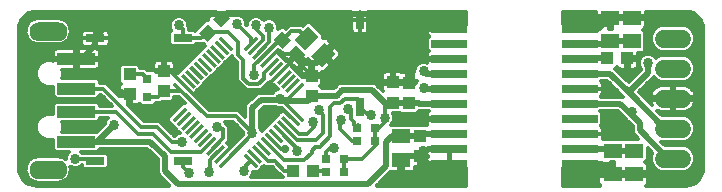
<source format=gtl>
G75*
%MOIN*%
%OFA0B0*%
%FSLAX24Y24*%
%IPPOS*%
%LPD*%
%AMOC8*
5,1,8,0,0,1.08239X$1,22.5*
%
%ADD10R,0.1194X0.0260*%
%ADD11R,0.0425X0.0413*%
%ADD12R,0.0630X0.0512*%
%ADD13R,0.0394X0.0433*%
%ADD14R,0.0118X0.0591*%
%ADD15R,0.0591X0.0118*%
%ADD16R,0.0433X0.0394*%
%ADD17R,0.0512X0.0630*%
%ADD18R,0.0630X0.0250*%
%ADD19R,0.0315X0.0315*%
%ADD20R,0.1260X0.0394*%
%ADD21C,0.0004*%
%ADD22R,0.0500X0.0250*%
%ADD23R,0.0250X0.0630*%
%ADD24C,0.0276*%
%ADD25C,0.0600*%
%ADD26C,0.0197*%
%ADD27C,0.0337*%
%ADD28C,0.0118*%
%ADD29C,0.0000*%
D10*
X020423Y002358D03*
X020423Y002858D03*
X020423Y003358D03*
X020423Y003858D03*
X020423Y004358D03*
X020423Y004858D03*
X020423Y005358D03*
X020423Y005858D03*
X020423Y006358D03*
X020423Y006858D03*
X024777Y006858D03*
X024777Y006358D03*
X024777Y005858D03*
X024777Y005358D03*
X024777Y004858D03*
X024777Y004358D03*
X024777Y003858D03*
X024777Y003358D03*
X024777Y002858D03*
X024777Y002358D03*
D11*
X019450Y002610D03*
X019450Y003299D03*
X019068Y004370D03*
X018545Y004381D03*
X018545Y005070D03*
X019068Y005059D03*
D12*
X018820Y003269D03*
X018820Y002482D03*
X025868Y002797D03*
X026576Y002797D03*
X026576Y002009D03*
X025868Y002009D03*
X025789Y006443D03*
X026498Y006443D03*
X026498Y007230D03*
X025789Y007230D03*
D13*
X025691Y005868D03*
X026360Y005868D03*
X015828Y005297D03*
X015828Y004628D03*
X010907Y004785D03*
X010907Y005454D03*
X015218Y002108D03*
X015887Y002108D03*
D14*
G36*
X013136Y002712D02*
X013220Y002628D01*
X012804Y002212D01*
X012720Y002296D01*
X013136Y002712D01*
G37*
G36*
X012857Y002991D02*
X012941Y002907D01*
X012525Y002491D01*
X012441Y002575D01*
X012857Y002991D01*
G37*
G36*
X012579Y003269D02*
X012663Y003185D01*
X012247Y002769D01*
X012163Y002853D01*
X012579Y003269D01*
G37*
G36*
X012301Y003547D02*
X012385Y003463D01*
X011969Y003047D01*
X011885Y003131D01*
X012301Y003547D01*
G37*
G36*
X012022Y003826D02*
X012106Y003742D01*
X011690Y003326D01*
X011606Y003410D01*
X012022Y003826D01*
G37*
G36*
X011883Y003965D02*
X011967Y003881D01*
X011551Y003465D01*
X011467Y003549D01*
X011883Y003965D01*
G37*
G36*
X011744Y004104D02*
X011828Y004020D01*
X011412Y003604D01*
X011328Y003688D01*
X011744Y004104D01*
G37*
G36*
X011605Y004243D02*
X011689Y004159D01*
X011273Y003743D01*
X011189Y003827D01*
X011605Y004243D01*
G37*
G36*
X012161Y003687D02*
X012245Y003603D01*
X011829Y003187D01*
X011745Y003271D01*
X012161Y003687D01*
G37*
G36*
X012440Y003408D02*
X012524Y003324D01*
X012108Y002908D01*
X012024Y002992D01*
X012440Y003408D01*
G37*
G36*
X012718Y003130D02*
X012802Y003046D01*
X012386Y002630D01*
X012302Y002714D01*
X012718Y003130D01*
G37*
G36*
X012997Y002851D02*
X013081Y002767D01*
X012665Y002351D01*
X012581Y002435D01*
X012997Y002851D01*
G37*
G36*
X015502Y005079D02*
X015586Y004995D01*
X015170Y004579D01*
X015086Y004663D01*
X015502Y005079D01*
G37*
G36*
X015363Y005218D02*
X015447Y005134D01*
X015031Y004718D01*
X014947Y004802D01*
X015363Y005218D01*
G37*
G36*
X015224Y005357D02*
X015308Y005273D01*
X014892Y004857D01*
X014808Y004941D01*
X015224Y005357D01*
G37*
G36*
X015085Y005496D02*
X015169Y005412D01*
X014753Y004996D01*
X014669Y005080D01*
X015085Y005496D01*
G37*
G36*
X014945Y005635D02*
X015029Y005551D01*
X014613Y005135D01*
X014529Y005219D01*
X014945Y005635D01*
G37*
G36*
X014806Y005775D02*
X014890Y005691D01*
X014474Y005275D01*
X014390Y005359D01*
X014806Y005775D01*
G37*
G36*
X014528Y006053D02*
X014612Y005969D01*
X014196Y005553D01*
X014112Y005637D01*
X014528Y006053D01*
G37*
G36*
X014249Y006331D02*
X014333Y006247D01*
X013917Y005831D01*
X013833Y005915D01*
X014249Y006331D01*
G37*
G36*
X013971Y006610D02*
X014055Y006526D01*
X013639Y006110D01*
X013555Y006194D01*
X013971Y006610D01*
G37*
G36*
X014110Y006471D02*
X014194Y006387D01*
X013778Y005971D01*
X013694Y006055D01*
X014110Y006471D01*
G37*
G36*
X014389Y006192D02*
X014473Y006108D01*
X014057Y005692D01*
X013973Y005776D01*
X014389Y006192D01*
G37*
G36*
X014667Y005914D02*
X014751Y005830D01*
X014335Y005414D01*
X014251Y005498D01*
X014667Y005914D01*
G37*
D15*
G36*
X012804Y006610D02*
X013220Y006194D01*
X013136Y006110D01*
X012720Y006526D01*
X012804Y006610D01*
G37*
G36*
X012665Y006471D02*
X013081Y006055D01*
X012997Y005971D01*
X012581Y006387D01*
X012665Y006471D01*
G37*
G36*
X012525Y006331D02*
X012941Y005915D01*
X012857Y005831D01*
X012441Y006247D01*
X012525Y006331D01*
G37*
G36*
X012386Y006192D02*
X012802Y005776D01*
X012718Y005692D01*
X012302Y006108D01*
X012386Y006192D01*
G37*
G36*
X012247Y006053D02*
X012663Y005637D01*
X012579Y005553D01*
X012163Y005969D01*
X012247Y006053D01*
G37*
G36*
X012108Y005914D02*
X012524Y005498D01*
X012440Y005414D01*
X012024Y005830D01*
X012108Y005914D01*
G37*
G36*
X011969Y005775D02*
X012385Y005359D01*
X012301Y005275D01*
X011885Y005691D01*
X011969Y005775D01*
G37*
G36*
X011829Y005635D02*
X012245Y005219D01*
X012161Y005135D01*
X011745Y005551D01*
X011829Y005635D01*
G37*
G36*
X011690Y005496D02*
X012106Y005080D01*
X012022Y004996D01*
X011606Y005412D01*
X011690Y005496D01*
G37*
G36*
X011551Y005357D02*
X011967Y004941D01*
X011883Y004857D01*
X011467Y005273D01*
X011551Y005357D01*
G37*
G36*
X011412Y005218D02*
X011828Y004802D01*
X011744Y004718D01*
X011328Y005134D01*
X011412Y005218D01*
G37*
G36*
X011273Y005079D02*
X011689Y004663D01*
X011605Y004579D01*
X011189Y004995D01*
X011273Y005079D01*
G37*
G36*
X015170Y004243D02*
X015586Y003827D01*
X015502Y003743D01*
X015086Y004159D01*
X015170Y004243D01*
G37*
G36*
X015031Y004104D02*
X015447Y003688D01*
X015363Y003604D01*
X014947Y004020D01*
X015031Y004104D01*
G37*
G36*
X014892Y003965D02*
X015308Y003549D01*
X015224Y003465D01*
X014808Y003881D01*
X014892Y003965D01*
G37*
G36*
X014753Y003826D02*
X015169Y003410D01*
X015085Y003326D01*
X014669Y003742D01*
X014753Y003826D01*
G37*
G36*
X014613Y003687D02*
X015029Y003271D01*
X014945Y003187D01*
X014529Y003603D01*
X014613Y003687D01*
G37*
G36*
X014474Y003547D02*
X014890Y003131D01*
X014806Y003047D01*
X014390Y003463D01*
X014474Y003547D01*
G37*
G36*
X014335Y003408D02*
X014751Y002992D01*
X014667Y002908D01*
X014251Y003324D01*
X014335Y003408D01*
G37*
G36*
X014196Y003269D02*
X014612Y002853D01*
X014528Y002769D01*
X014112Y003185D01*
X014196Y003269D01*
G37*
G36*
X014057Y003130D02*
X014473Y002714D01*
X014389Y002630D01*
X013973Y003046D01*
X014057Y003130D01*
G37*
G36*
X013917Y002991D02*
X014333Y002575D01*
X014249Y002491D01*
X013833Y002907D01*
X013917Y002991D01*
G37*
G36*
X013778Y002851D02*
X014194Y002435D01*
X014110Y002351D01*
X013694Y002767D01*
X013778Y002851D01*
G37*
G36*
X013639Y002712D02*
X014055Y002296D01*
X013971Y002212D01*
X013555Y002628D01*
X013639Y002712D01*
G37*
D16*
X009765Y004667D03*
X009765Y005336D03*
G36*
X012648Y006730D02*
X012343Y006425D01*
X012064Y006704D01*
X012369Y007009D01*
X012648Y006730D01*
G37*
G36*
X013121Y007204D02*
X012816Y006899D01*
X012537Y007178D01*
X012842Y007483D01*
X013121Y007204D01*
G37*
G36*
X014880Y006190D02*
X014575Y006495D01*
X014854Y006774D01*
X015159Y006469D01*
X014880Y006190D01*
G37*
G36*
X015353Y005716D02*
X015048Y006021D01*
X015327Y006300D01*
X015632Y005995D01*
X015353Y005716D01*
G37*
D17*
G36*
X016184Y005580D02*
X015822Y005942D01*
X016266Y006386D01*
X016628Y006024D01*
X016184Y005580D01*
G37*
G36*
X015627Y006137D02*
X015265Y006499D01*
X015709Y006943D01*
X016071Y006581D01*
X015627Y006137D01*
G37*
D18*
X011537Y006537D03*
X008624Y006537D03*
X008624Y002443D03*
X011537Y002443D03*
D19*
X016320Y002521D03*
X016911Y002521D03*
X016911Y002088D03*
X016320Y002088D03*
X017344Y003112D03*
X017935Y003112D03*
X017935Y003545D03*
X017344Y003545D03*
X010356Y004588D03*
X010356Y005179D03*
D20*
X007994Y004864D03*
X007994Y004076D03*
X007994Y003092D03*
X007994Y005848D03*
D21*
X007528Y006528D02*
X007477Y006500D01*
X007421Y006484D01*
X007364Y006478D01*
X006734Y006478D01*
X006676Y006484D01*
X006621Y006500D01*
X006570Y006528D01*
X006525Y006564D01*
X006488Y006609D01*
X006461Y006660D01*
X006444Y006716D01*
X006439Y006773D01*
X006444Y006831D01*
X006461Y006886D01*
X006488Y006937D01*
X007610Y006937D01*
X007609Y006937D02*
X007637Y006886D01*
X006461Y006886D01*
X006462Y006888D02*
X007636Y006888D01*
X007637Y006886D02*
X007653Y006831D01*
X007659Y006773D01*
X007653Y006716D01*
X007637Y006660D01*
X007609Y006609D01*
X007573Y006564D01*
X007528Y006528D01*
X007527Y006527D02*
X006570Y006527D01*
X006567Y006530D02*
X007530Y006530D01*
X007533Y006532D02*
X006564Y006532D01*
X006561Y006535D02*
X007536Y006535D01*
X007539Y006537D02*
X006558Y006537D01*
X006555Y006540D02*
X007542Y006540D01*
X007545Y006542D02*
X006552Y006542D01*
X006549Y006544D02*
X007548Y006544D01*
X007551Y006547D02*
X006546Y006547D01*
X006543Y006549D02*
X007554Y006549D01*
X007557Y006552D02*
X006541Y006552D01*
X006538Y006554D02*
X007560Y006554D01*
X007563Y006557D02*
X006535Y006557D01*
X006532Y006559D02*
X007566Y006559D01*
X007569Y006562D02*
X006529Y006562D01*
X006526Y006564D02*
X007572Y006564D01*
X007574Y006566D02*
X006523Y006566D01*
X006521Y006569D02*
X007576Y006569D01*
X007578Y006571D02*
X006519Y006571D01*
X006517Y006574D02*
X007580Y006574D01*
X007582Y006576D02*
X006515Y006576D01*
X006513Y006579D02*
X007584Y006579D01*
X007586Y006581D02*
X006511Y006581D01*
X006509Y006583D02*
X007588Y006583D01*
X007590Y006586D02*
X006507Y006586D01*
X006505Y006588D02*
X007592Y006588D01*
X007594Y006591D02*
X006503Y006591D01*
X006501Y006593D02*
X007596Y006593D01*
X007598Y006596D02*
X006499Y006596D01*
X006497Y006598D02*
X007600Y006598D01*
X007602Y006600D02*
X006495Y006600D01*
X006493Y006603D02*
X007604Y006603D01*
X007606Y006605D02*
X006491Y006605D01*
X006489Y006608D02*
X007608Y006608D01*
X007610Y006610D02*
X006488Y006610D01*
X006486Y006613D02*
X007611Y006613D01*
X007612Y006615D02*
X006485Y006615D01*
X006484Y006618D02*
X007614Y006618D01*
X007615Y006620D02*
X006483Y006620D01*
X006481Y006622D02*
X007616Y006622D01*
X007618Y006625D02*
X006480Y006625D01*
X006479Y006627D02*
X007619Y006627D01*
X007620Y006630D02*
X006477Y006630D01*
X006476Y006632D02*
X007622Y006632D01*
X007623Y006635D02*
X006475Y006635D01*
X006473Y006637D02*
X007624Y006637D01*
X007625Y006639D02*
X006472Y006639D01*
X006471Y006642D02*
X007627Y006642D01*
X007628Y006644D02*
X006470Y006644D01*
X006468Y006647D02*
X007629Y006647D01*
X007631Y006649D02*
X006467Y006649D01*
X006466Y006652D02*
X007632Y006652D01*
X007633Y006654D02*
X006464Y006654D01*
X006463Y006657D02*
X007635Y006657D01*
X007636Y006659D02*
X006462Y006659D01*
X006461Y006661D02*
X007637Y006661D01*
X007638Y006664D02*
X006460Y006664D01*
X006459Y006666D02*
X007638Y006666D01*
X007639Y006669D02*
X006458Y006669D01*
X006458Y006671D02*
X007640Y006671D01*
X007641Y006674D02*
X006457Y006674D01*
X006456Y006676D02*
X007641Y006676D01*
X007642Y006678D02*
X006456Y006678D01*
X006455Y006681D02*
X007643Y006681D01*
X007644Y006683D02*
X006454Y006683D01*
X006453Y006686D02*
X007644Y006686D01*
X007645Y006688D02*
X006453Y006688D01*
X006452Y006691D02*
X007646Y006691D01*
X007647Y006693D02*
X006451Y006693D01*
X006450Y006696D02*
X007647Y006696D01*
X007648Y006698D02*
X006450Y006698D01*
X006449Y006700D02*
X007649Y006700D01*
X007650Y006703D02*
X006448Y006703D01*
X006447Y006705D02*
X007650Y006705D01*
X007651Y006708D02*
X006447Y006708D01*
X006446Y006710D02*
X007652Y006710D01*
X007652Y006713D02*
X006445Y006713D01*
X006444Y006715D02*
X007653Y006715D01*
X007654Y006717D02*
X006444Y006717D01*
X006444Y006720D02*
X007654Y006720D01*
X007654Y006722D02*
X006444Y006722D01*
X006443Y006725D02*
X007654Y006725D01*
X007655Y006727D02*
X006443Y006727D01*
X006443Y006730D02*
X007655Y006730D01*
X007655Y006732D02*
X006443Y006732D01*
X006442Y006735D02*
X007655Y006735D01*
X007655Y006737D02*
X006442Y006737D01*
X006442Y006739D02*
X007656Y006739D01*
X007656Y006742D02*
X006442Y006742D01*
X006441Y006744D02*
X007656Y006744D01*
X007656Y006747D02*
X006441Y006747D01*
X006441Y006749D02*
X007657Y006749D01*
X007657Y006752D02*
X006441Y006752D01*
X006440Y006754D02*
X007657Y006754D01*
X007657Y006756D02*
X006440Y006756D01*
X006440Y006759D02*
X007658Y006759D01*
X007658Y006761D02*
X006440Y006761D01*
X006440Y006764D02*
X007658Y006764D01*
X007658Y006766D02*
X006439Y006766D01*
X006439Y006769D02*
X007659Y006769D01*
X007659Y006771D02*
X006439Y006771D01*
X006439Y006774D02*
X007659Y006774D01*
X007659Y006776D02*
X006439Y006776D01*
X006439Y006778D02*
X007659Y006778D01*
X007658Y006781D02*
X006439Y006781D01*
X006440Y006783D02*
X007658Y006783D01*
X007658Y006786D02*
X006440Y006786D01*
X006440Y006788D02*
X007658Y006788D01*
X007657Y006791D02*
X006440Y006791D01*
X006441Y006793D02*
X007657Y006793D01*
X007657Y006795D02*
X006441Y006795D01*
X006441Y006798D02*
X007657Y006798D01*
X007656Y006800D02*
X006441Y006800D01*
X006441Y006803D02*
X007656Y006803D01*
X007656Y006805D02*
X006442Y006805D01*
X006442Y006808D02*
X007656Y006808D01*
X007655Y006810D02*
X006442Y006810D01*
X006442Y006813D02*
X007655Y006813D01*
X007655Y006815D02*
X006443Y006815D01*
X006443Y006817D02*
X007655Y006817D01*
X007654Y006820D02*
X006443Y006820D01*
X006443Y006822D02*
X007654Y006822D01*
X007654Y006825D02*
X006444Y006825D01*
X006444Y006827D02*
X007654Y006827D01*
X007654Y006830D02*
X006444Y006830D01*
X006445Y006832D02*
X007653Y006832D01*
X007652Y006834D02*
X006445Y006834D01*
X006446Y006837D02*
X007652Y006837D01*
X007651Y006839D02*
X006447Y006839D01*
X006448Y006842D02*
X007650Y006842D01*
X007649Y006844D02*
X006448Y006844D01*
X006449Y006847D02*
X007649Y006847D01*
X007648Y006849D02*
X006450Y006849D01*
X006451Y006852D02*
X007647Y006852D01*
X007646Y006854D02*
X006451Y006854D01*
X006452Y006856D02*
X007646Y006856D01*
X007645Y006859D02*
X006453Y006859D01*
X006453Y006861D02*
X007644Y006861D01*
X007643Y006864D02*
X006454Y006864D01*
X006455Y006866D02*
X007643Y006866D01*
X007642Y006869D02*
X006456Y006869D01*
X006456Y006871D02*
X007641Y006871D01*
X007640Y006873D02*
X006457Y006873D01*
X006458Y006876D02*
X007640Y006876D01*
X007639Y006878D02*
X006459Y006878D01*
X006459Y006881D02*
X007638Y006881D01*
X007637Y006883D02*
X006460Y006883D01*
X006463Y006891D02*
X007634Y006891D01*
X007633Y006893D02*
X006465Y006893D01*
X006466Y006895D02*
X007632Y006895D01*
X007630Y006898D02*
X006467Y006898D01*
X006469Y006900D02*
X007629Y006900D01*
X007628Y006903D02*
X006470Y006903D01*
X006471Y006905D02*
X007626Y006905D01*
X007625Y006908D02*
X006472Y006908D01*
X006474Y006910D02*
X007624Y006910D01*
X007623Y006912D02*
X006475Y006912D01*
X006476Y006915D02*
X007621Y006915D01*
X007620Y006917D02*
X006478Y006917D01*
X006479Y006920D02*
X007619Y006920D01*
X007617Y006922D02*
X006480Y006922D01*
X006482Y006925D02*
X007616Y006925D01*
X007615Y006927D02*
X006483Y006927D01*
X006484Y006930D02*
X007613Y006930D01*
X007612Y006932D02*
X006486Y006932D01*
X006487Y006934D02*
X007611Y006934D01*
X007609Y006937D02*
X007573Y006982D01*
X007528Y007019D01*
X007477Y007046D01*
X007421Y007063D01*
X007364Y007069D01*
X006734Y007069D01*
X006676Y007063D01*
X006621Y007046D01*
X006570Y007019D01*
X006525Y006982D01*
X006488Y006937D01*
X006490Y006939D02*
X007608Y006939D01*
X007606Y006942D02*
X006492Y006942D01*
X006494Y006944D02*
X007604Y006944D01*
X007602Y006947D02*
X006496Y006947D01*
X006498Y006949D02*
X007600Y006949D01*
X007598Y006951D02*
X006500Y006951D01*
X006502Y006954D02*
X007596Y006954D01*
X007594Y006956D02*
X006504Y006956D01*
X006506Y006959D02*
X007592Y006959D01*
X007590Y006961D02*
X006508Y006961D01*
X006510Y006964D02*
X007588Y006964D01*
X007586Y006966D02*
X006512Y006966D01*
X006514Y006969D02*
X007584Y006969D01*
X007582Y006971D02*
X006516Y006971D01*
X006518Y006973D02*
X007580Y006973D01*
X007578Y006976D02*
X006520Y006976D01*
X006522Y006978D02*
X007576Y006978D01*
X007574Y006981D02*
X006524Y006981D01*
X006526Y006983D02*
X007571Y006983D01*
X007568Y006986D02*
X006529Y006986D01*
X006532Y006988D02*
X007565Y006988D01*
X007562Y006990D02*
X006535Y006990D01*
X006538Y006993D02*
X007559Y006993D01*
X007556Y006995D02*
X006541Y006995D01*
X006544Y006998D02*
X007553Y006998D01*
X007550Y007000D02*
X006547Y007000D01*
X006550Y007003D02*
X007547Y007003D01*
X007544Y007005D02*
X006553Y007005D01*
X006556Y007008D02*
X007541Y007008D01*
X007539Y007010D02*
X006559Y007010D01*
X006562Y007012D02*
X007536Y007012D01*
X007533Y007015D02*
X006565Y007015D01*
X006568Y007017D02*
X007530Y007017D01*
X007526Y007020D02*
X006572Y007020D01*
X006576Y007022D02*
X007521Y007022D01*
X007517Y007025D02*
X006581Y007025D01*
X006585Y007027D02*
X007512Y007027D01*
X007508Y007029D02*
X006590Y007029D01*
X006594Y007032D02*
X007503Y007032D01*
X007499Y007034D02*
X006599Y007034D01*
X006604Y007037D02*
X007494Y007037D01*
X007490Y007039D02*
X006608Y007039D01*
X006613Y007042D02*
X007485Y007042D01*
X007480Y007044D02*
X006617Y007044D01*
X006622Y007047D02*
X007475Y007047D01*
X007467Y007049D02*
X006631Y007049D01*
X006639Y007051D02*
X007459Y007051D01*
X007451Y007054D02*
X006647Y007054D01*
X006655Y007056D02*
X007443Y007056D01*
X007435Y007059D02*
X006663Y007059D01*
X006671Y007061D02*
X007427Y007061D01*
X007414Y007064D02*
X006684Y007064D01*
X006709Y007066D02*
X007389Y007066D01*
X007364Y007068D02*
X006733Y007068D01*
X006575Y006525D02*
X007523Y006525D01*
X007518Y006523D02*
X006580Y006523D01*
X006584Y006520D02*
X007514Y006520D01*
X007509Y006518D02*
X006589Y006518D01*
X006593Y006515D02*
X007504Y006515D01*
X007500Y006513D02*
X006598Y006513D01*
X006602Y006510D02*
X007495Y006510D01*
X007491Y006508D02*
X006607Y006508D01*
X006611Y006505D02*
X007486Y006505D01*
X007482Y006503D02*
X006616Y006503D01*
X006621Y006501D02*
X007477Y006501D01*
X007469Y006498D02*
X006628Y006498D01*
X006636Y006496D02*
X007461Y006496D01*
X007453Y006493D02*
X006644Y006493D01*
X006653Y006491D02*
X007445Y006491D01*
X007437Y006488D02*
X006661Y006488D01*
X006669Y006486D02*
X007429Y006486D01*
X007420Y006484D02*
X006677Y006484D01*
X006702Y006481D02*
X007395Y006481D01*
X007371Y006479D02*
X006727Y006479D01*
X006734Y002462D02*
X007364Y002462D01*
X007421Y002457D01*
X007477Y002440D01*
X007528Y002412D01*
X007573Y002376D01*
X007609Y002331D01*
X007637Y002280D01*
X007653Y002225D01*
X007659Y002167D01*
X007653Y002109D01*
X006444Y002109D01*
X006439Y002167D01*
X007659Y002167D01*
X007659Y002165D02*
X006439Y002165D01*
X006439Y002167D02*
X006444Y002225D01*
X006461Y002280D01*
X006488Y002331D01*
X006525Y002376D01*
X006570Y002412D01*
X006621Y002440D01*
X006676Y002457D01*
X006734Y002462D01*
X006732Y002462D02*
X007365Y002462D01*
X007390Y002460D02*
X006707Y002460D01*
X006683Y002457D02*
X007415Y002457D01*
X007427Y002455D02*
X006670Y002455D01*
X006662Y002452D02*
X007435Y002452D01*
X007443Y002450D02*
X006654Y002450D01*
X006646Y002447D02*
X007451Y002447D01*
X007459Y002445D02*
X006638Y002445D01*
X006630Y002443D02*
X007467Y002443D01*
X007476Y002440D02*
X006622Y002440D01*
X006617Y002438D02*
X007481Y002438D01*
X007485Y002435D02*
X006612Y002435D01*
X006608Y002433D02*
X007490Y002433D01*
X007494Y002430D02*
X006603Y002430D01*
X006599Y002428D02*
X007499Y002428D01*
X007503Y002425D02*
X006594Y002425D01*
X006590Y002423D02*
X007508Y002423D01*
X007513Y002421D02*
X006585Y002421D01*
X006581Y002418D02*
X007517Y002418D01*
X007522Y002416D02*
X006576Y002416D01*
X006571Y002413D02*
X007526Y002413D01*
X007530Y002411D02*
X006568Y002411D01*
X006565Y002408D02*
X007533Y002408D01*
X007536Y002406D02*
X006562Y002406D01*
X006559Y002404D02*
X007539Y002404D01*
X007542Y002401D02*
X006556Y002401D01*
X006553Y002399D02*
X007545Y002399D01*
X007548Y002396D02*
X006550Y002396D01*
X006547Y002394D02*
X007551Y002394D01*
X007554Y002391D02*
X006544Y002391D01*
X006541Y002389D02*
X007556Y002389D01*
X007559Y002386D02*
X006538Y002386D01*
X006535Y002384D02*
X007562Y002384D01*
X007565Y002382D02*
X006532Y002382D01*
X006529Y002379D02*
X007568Y002379D01*
X007571Y002377D02*
X006526Y002377D01*
X006524Y002374D02*
X007574Y002374D01*
X007576Y002372D02*
X006522Y002372D01*
X006520Y002369D02*
X007578Y002369D01*
X007580Y002367D02*
X006518Y002367D01*
X006516Y002365D02*
X007582Y002365D01*
X007584Y002362D02*
X006514Y002362D01*
X006512Y002360D02*
X007586Y002360D01*
X007588Y002357D02*
X006510Y002357D01*
X006508Y002355D02*
X007590Y002355D01*
X007592Y002352D02*
X006506Y002352D01*
X006504Y002350D02*
X007594Y002350D01*
X007596Y002347D02*
X006502Y002347D01*
X006500Y002345D02*
X007598Y002345D01*
X007600Y002343D02*
X006498Y002343D01*
X006496Y002340D02*
X007602Y002340D01*
X007604Y002338D02*
X006494Y002338D01*
X006492Y002335D02*
X007606Y002335D01*
X007608Y002333D02*
X006490Y002333D01*
X006488Y002330D02*
X007610Y002330D01*
X007611Y002328D02*
X006487Y002328D01*
X006485Y002326D02*
X007612Y002326D01*
X007613Y002323D02*
X006484Y002323D01*
X006483Y002321D02*
X007615Y002321D01*
X007616Y002318D02*
X006482Y002318D01*
X006480Y002316D02*
X007617Y002316D01*
X007619Y002313D02*
X006479Y002313D01*
X006478Y002311D02*
X007620Y002311D01*
X007621Y002308D02*
X006476Y002308D01*
X006475Y002306D02*
X007623Y002306D01*
X007624Y002304D02*
X006474Y002304D01*
X006472Y002301D02*
X007625Y002301D01*
X007627Y002299D02*
X006471Y002299D01*
X006470Y002296D02*
X007628Y002296D01*
X007629Y002294D02*
X006469Y002294D01*
X006467Y002291D02*
X007630Y002291D01*
X007632Y002289D02*
X006466Y002289D01*
X006465Y002287D02*
X007633Y002287D01*
X007634Y002284D02*
X006463Y002284D01*
X006462Y002282D02*
X007636Y002282D01*
X007637Y002279D02*
X006461Y002279D01*
X006460Y002277D02*
X007638Y002277D01*
X007638Y002274D02*
X006459Y002274D01*
X006459Y002272D02*
X007639Y002272D01*
X007640Y002269D02*
X006458Y002269D01*
X006457Y002267D02*
X007640Y002267D01*
X007641Y002265D02*
X006456Y002265D01*
X006456Y002262D02*
X007642Y002262D01*
X007643Y002260D02*
X006455Y002260D01*
X006454Y002257D02*
X007643Y002257D01*
X007644Y002255D02*
X006453Y002255D01*
X006453Y002252D02*
X007645Y002252D01*
X007646Y002250D02*
X006452Y002250D01*
X006451Y002248D02*
X007646Y002248D01*
X007647Y002245D02*
X006451Y002245D01*
X006450Y002243D02*
X007648Y002243D01*
X007649Y002240D02*
X006449Y002240D01*
X006448Y002238D02*
X007649Y002238D01*
X007650Y002235D02*
X006448Y002235D01*
X006447Y002233D02*
X007651Y002233D01*
X007652Y002231D02*
X006446Y002231D01*
X006445Y002228D02*
X007652Y002228D01*
X007653Y002226D02*
X006445Y002226D01*
X006444Y002223D02*
X007654Y002223D01*
X007654Y002221D02*
X006444Y002221D01*
X006444Y002218D02*
X007654Y002218D01*
X007654Y002216D02*
X006443Y002216D01*
X006443Y002213D02*
X007654Y002213D01*
X007655Y002211D02*
X006443Y002211D01*
X006443Y002209D02*
X007655Y002209D01*
X007655Y002206D02*
X006442Y002206D01*
X006442Y002204D02*
X007655Y002204D01*
X007656Y002201D02*
X006442Y002201D01*
X006442Y002199D02*
X007656Y002199D01*
X007656Y002196D02*
X006441Y002196D01*
X006441Y002194D02*
X007656Y002194D01*
X007657Y002192D02*
X006441Y002192D01*
X006441Y002189D02*
X007657Y002189D01*
X007657Y002187D02*
X006441Y002187D01*
X006440Y002184D02*
X007657Y002184D01*
X007658Y002182D02*
X006440Y002182D01*
X006440Y002179D02*
X007658Y002179D01*
X007658Y002177D02*
X006440Y002177D01*
X006439Y002174D02*
X007658Y002174D01*
X007659Y002172D02*
X006439Y002172D01*
X006439Y002170D02*
X007659Y002170D01*
X007659Y002162D02*
X006439Y002162D01*
X006439Y002160D02*
X007658Y002160D01*
X007658Y002157D02*
X006440Y002157D01*
X006440Y002155D02*
X007658Y002155D01*
X007658Y002153D02*
X006440Y002153D01*
X006440Y002150D02*
X007657Y002150D01*
X007657Y002148D02*
X006440Y002148D01*
X006441Y002145D02*
X007657Y002145D01*
X007657Y002143D02*
X006441Y002143D01*
X006441Y002140D02*
X007656Y002140D01*
X007656Y002138D02*
X006441Y002138D01*
X006442Y002135D02*
X007656Y002135D01*
X007656Y002133D02*
X006442Y002133D01*
X006442Y002131D02*
X007655Y002131D01*
X007655Y002128D02*
X006442Y002128D01*
X006443Y002126D02*
X007655Y002126D01*
X007655Y002123D02*
X006443Y002123D01*
X006443Y002121D02*
X007655Y002121D01*
X007654Y002118D02*
X006443Y002118D01*
X006444Y002116D02*
X007654Y002116D01*
X007654Y002114D02*
X006444Y002114D01*
X006444Y002111D02*
X007654Y002111D01*
X007653Y002109D02*
X007637Y002054D01*
X007609Y002003D01*
X007573Y001958D01*
X007528Y001921D01*
X007477Y001894D01*
X006621Y001894D01*
X006570Y001921D01*
X006525Y001958D01*
X006488Y002003D01*
X006461Y002054D01*
X006444Y002109D01*
X006445Y002106D02*
X007652Y002106D01*
X007652Y002104D02*
X006446Y002104D01*
X006447Y002101D02*
X007651Y002101D01*
X007650Y002099D02*
X006447Y002099D01*
X006448Y002096D02*
X007649Y002096D01*
X007649Y002094D02*
X006449Y002094D01*
X006450Y002092D02*
X007648Y002092D01*
X007647Y002089D02*
X006450Y002089D01*
X006451Y002087D02*
X007647Y002087D01*
X007646Y002084D02*
X006452Y002084D01*
X006453Y002082D02*
X007645Y002082D01*
X007644Y002079D02*
X006453Y002079D01*
X006454Y002077D02*
X007644Y002077D01*
X007643Y002075D02*
X006455Y002075D01*
X006456Y002072D02*
X007642Y002072D01*
X007641Y002070D02*
X006456Y002070D01*
X006457Y002067D02*
X007641Y002067D01*
X007640Y002065D02*
X006458Y002065D01*
X006459Y002062D02*
X007639Y002062D01*
X007638Y002060D02*
X006459Y002060D01*
X006460Y002057D02*
X007638Y002057D01*
X007637Y002055D02*
X006461Y002055D01*
X006462Y002053D02*
X007636Y002053D01*
X007635Y002050D02*
X006463Y002050D01*
X006464Y002048D02*
X007633Y002048D01*
X007632Y002045D02*
X006466Y002045D01*
X006467Y002043D02*
X007631Y002043D01*
X007629Y002040D02*
X006468Y002040D01*
X006470Y002038D02*
X007628Y002038D01*
X007627Y002036D02*
X006471Y002036D01*
X006472Y002033D02*
X007625Y002033D01*
X007624Y002031D02*
X006474Y002031D01*
X006475Y002028D02*
X007623Y002028D01*
X007622Y002026D02*
X006476Y002026D01*
X006477Y002023D02*
X007620Y002023D01*
X007619Y002021D02*
X006479Y002021D01*
X006480Y002018D02*
X007618Y002018D01*
X007616Y002016D02*
X006481Y002016D01*
X006483Y002014D02*
X007615Y002014D01*
X007614Y002011D02*
X006484Y002011D01*
X006485Y002009D02*
X007612Y002009D01*
X007611Y002006D02*
X006487Y002006D01*
X006488Y002004D02*
X007610Y002004D01*
X007608Y002001D02*
X006490Y002001D01*
X006492Y001999D02*
X007606Y001999D01*
X007604Y001997D02*
X006494Y001997D01*
X006496Y001994D02*
X007602Y001994D01*
X007600Y001992D02*
X006498Y001992D01*
X006500Y001989D02*
X007598Y001989D01*
X007596Y001987D02*
X006502Y001987D01*
X006504Y001984D02*
X007594Y001984D01*
X007592Y001982D02*
X006506Y001982D01*
X006508Y001979D02*
X007590Y001979D01*
X007588Y001977D02*
X006510Y001977D01*
X006512Y001975D02*
X007586Y001975D01*
X007584Y001972D02*
X006514Y001972D01*
X006516Y001970D02*
X007582Y001970D01*
X007580Y001967D02*
X006518Y001967D01*
X006520Y001965D02*
X007578Y001965D01*
X007576Y001962D02*
X006522Y001962D01*
X006524Y001960D02*
X007574Y001960D01*
X007572Y001958D02*
X006526Y001958D01*
X006529Y001955D02*
X007569Y001955D01*
X007566Y001953D02*
X006532Y001953D01*
X006535Y001950D02*
X007563Y001950D01*
X007560Y001948D02*
X006538Y001948D01*
X006541Y001945D02*
X007557Y001945D01*
X007554Y001943D02*
X006544Y001943D01*
X006547Y001940D02*
X007551Y001940D01*
X007548Y001938D02*
X006550Y001938D01*
X006553Y001936D02*
X007545Y001936D01*
X007542Y001933D02*
X006556Y001933D01*
X006558Y001931D02*
X007539Y001931D01*
X007536Y001928D02*
X006561Y001928D01*
X006564Y001926D02*
X007533Y001926D01*
X007530Y001923D02*
X006567Y001923D01*
X006571Y001921D02*
X007527Y001921D01*
X007522Y001919D02*
X006575Y001919D01*
X006580Y001916D02*
X007518Y001916D01*
X007513Y001914D02*
X006584Y001914D01*
X006589Y001911D02*
X007509Y001911D01*
X007504Y001909D02*
X006593Y001909D01*
X006598Y001906D02*
X007500Y001906D01*
X007495Y001904D02*
X006603Y001904D01*
X006607Y001901D02*
X007491Y001901D01*
X007486Y001899D02*
X006612Y001899D01*
X006616Y001897D02*
X007481Y001897D01*
X007477Y001894D02*
X007421Y001877D01*
X007364Y001872D01*
X006734Y001872D01*
X006676Y001877D01*
X006621Y001894D01*
X006629Y001892D02*
X007469Y001892D01*
X007461Y001889D02*
X006637Y001889D01*
X006645Y001887D02*
X007453Y001887D01*
X007445Y001884D02*
X006653Y001884D01*
X006661Y001882D02*
X007437Y001882D01*
X007429Y001880D02*
X006669Y001880D01*
X006679Y001877D02*
X007419Y001877D01*
X007394Y001875D02*
X006703Y001875D01*
X006728Y001872D02*
X007370Y001872D01*
D22*
X007049Y002167D03*
X007069Y006773D03*
D23*
X017443Y007151D03*
X017443Y004237D03*
D24*
X014954Y002844D03*
D25*
X027576Y002529D02*
X028176Y002529D01*
X028176Y003529D02*
X027576Y003529D01*
X027576Y004529D02*
X028176Y004529D01*
X028176Y005529D02*
X027576Y005529D01*
X027576Y006529D02*
X028176Y006529D01*
D26*
X026498Y006443D02*
X025789Y006443D01*
X025689Y006358D01*
X025710Y006358D01*
X025710Y006419D01*
X025689Y006358D02*
X024777Y006358D01*
X024787Y005868D02*
X025691Y005868D01*
X027049Y005710D02*
X027049Y005395D01*
X026399Y004746D01*
X027616Y003529D01*
X027876Y003529D01*
X027710Y002529D02*
X026773Y003466D01*
X026773Y003702D01*
X026439Y004037D01*
X026498Y004096D01*
X026439Y004037D02*
X026118Y004358D01*
X024777Y004358D01*
X025787Y005358D02*
X026399Y004746D01*
X025787Y005358D02*
X024777Y005358D01*
X024779Y005356D01*
X020423Y005358D02*
X019645Y005358D01*
X019569Y005435D01*
X019175Y005631D02*
X019175Y005095D01*
X019068Y005059D01*
X018596Y005059D01*
X018545Y005070D01*
X018269Y004372D02*
X017836Y004805D01*
X016852Y004805D01*
X016675Y004628D01*
X015887Y004628D01*
X015828Y004628D01*
X015887Y004628D02*
X015710Y004450D01*
X014844Y004450D01*
X014765Y004529D01*
X014726Y004490D02*
X014135Y004490D01*
X013860Y004214D01*
X013860Y003387D01*
X010946Y002600D02*
X010946Y002128D01*
X011376Y001675D01*
X017714Y001675D01*
X018309Y002285D01*
X018309Y003072D01*
X018506Y003269D01*
X018820Y003269D01*
X018781Y003230D01*
X018820Y003269D02*
X018850Y003299D01*
X019450Y003299D01*
X019509Y003358D01*
X020423Y003358D01*
X020423Y003858D02*
X019567Y003858D01*
X019425Y004358D02*
X019413Y004370D01*
X019068Y004370D01*
X019057Y004381D01*
X018545Y004381D01*
X018535Y004372D01*
X018269Y004372D01*
X019425Y004358D02*
X020423Y004358D01*
X020423Y004858D02*
X019594Y004858D01*
X019569Y004883D01*
X019175Y005631D02*
X019401Y005858D01*
X019578Y005858D01*
X019529Y005946D01*
X019578Y005858D02*
X019608Y005858D01*
X019608Y006734D01*
X019608Y006813D01*
X019529Y006852D01*
X019017Y007364D01*
X017403Y007364D01*
X017443Y007324D01*
X017443Y007151D01*
X017403Y007364D02*
X016301Y007364D01*
X012836Y007364D01*
X009332Y007364D01*
X008624Y006537D01*
X008624Y006301D01*
X008171Y005848D01*
X008801Y005848D01*
X009214Y005474D01*
X008171Y005848D02*
X007994Y005848D01*
X009254Y003663D02*
X008683Y003092D01*
X010454Y003092D01*
X010946Y002600D01*
X008683Y003092D02*
X007994Y003092D01*
X018820Y002482D02*
X018948Y002610D01*
X019450Y002610D01*
X019702Y002358D01*
X020423Y002358D01*
X020946Y002206D02*
X019647Y002206D01*
X020750Y001852D02*
X020946Y002049D01*
X020946Y002206D01*
X019698Y002858D02*
X019450Y002610D01*
X019698Y002858D02*
X020423Y002858D01*
X024254Y002206D02*
X024254Y002049D01*
X024372Y001931D01*
X025238Y001931D02*
X025277Y001970D01*
X025277Y002206D01*
X025513Y002167D02*
X024293Y002167D01*
X024254Y002206D01*
X024777Y002358D02*
X025519Y002358D01*
X025868Y002009D01*
X026576Y002009D01*
X027710Y002529D02*
X027876Y002529D01*
X026576Y002797D02*
X025868Y002797D01*
X025907Y002797D01*
X025946Y002757D01*
X025868Y002797D02*
X025767Y002897D01*
X025728Y002858D01*
X024777Y002858D01*
X020423Y005858D02*
X019608Y005858D01*
X019608Y006734D02*
X019732Y006858D01*
X020423Y006858D01*
X020907Y007009D02*
X020946Y006970D01*
X020946Y007167D01*
X020828Y007285D01*
X020907Y007009D02*
X019726Y007009D01*
X024254Y007009D02*
X024332Y007088D01*
X025395Y007088D01*
X025362Y006858D02*
X025631Y007128D01*
X025750Y007206D01*
X025789Y007230D01*
X026498Y007230D01*
X025362Y006858D02*
X024777Y006858D01*
X024254Y007009D02*
X024254Y007238D01*
X024332Y007317D01*
D27*
X024332Y007317D03*
X024765Y007313D03*
X025198Y007313D03*
X025631Y007088D03*
X027088Y006880D03*
X028702Y007037D03*
X028387Y007313D03*
X027954Y007313D03*
X027521Y007313D03*
X027088Y007313D03*
X028742Y006604D03*
X028742Y006171D03*
X028742Y005738D03*
X028742Y005305D03*
X028742Y004872D03*
X028742Y004439D03*
X028742Y004006D03*
X028742Y003572D03*
X028742Y003139D03*
X028742Y002706D03*
X028742Y002273D03*
X025946Y002757D03*
X025671Y002246D03*
X025238Y001931D03*
X024805Y001931D03*
X024372Y001931D03*
X020750Y001852D03*
X020317Y001852D03*
X019883Y001852D03*
X019450Y001852D03*
X019017Y001852D03*
X018545Y001852D03*
X019569Y002364D03*
X019529Y002797D03*
X016588Y002880D03*
X015356Y002797D03*
X013860Y003387D03*
X013230Y003348D03*
X012679Y003584D03*
X011498Y003072D03*
X010277Y002600D03*
X009293Y002600D03*
X007954Y002521D03*
X007049Y002876D03*
X006340Y002757D03*
X006340Y003191D03*
X006340Y003624D03*
X006340Y004057D03*
X007049Y004214D03*
X006340Y004490D03*
X007049Y004726D03*
X006340Y004923D03*
X006340Y005356D03*
X006340Y005789D03*
X007049Y006065D03*
X006340Y006222D03*
X009214Y005474D03*
X009214Y005080D03*
X012521Y005041D03*
X013899Y005317D03*
X014450Y004883D03*
X014765Y004529D03*
X016065Y004135D03*
X016813Y003820D03*
X017049Y004175D03*
X017817Y003978D03*
X018269Y003899D03*
X019214Y003860D03*
X019569Y003860D03*
X019569Y004883D03*
X019569Y005435D03*
X019529Y005946D03*
X019096Y005946D03*
X017954Y005946D03*
X017561Y005946D03*
X017167Y005946D03*
X017167Y005474D03*
X017561Y005474D03*
X017954Y005474D03*
X017954Y006419D03*
X017561Y006419D03*
X017167Y006419D03*
X019096Y006419D03*
X019529Y006419D03*
X019529Y006852D03*
X019096Y006852D03*
X019096Y007285D03*
X019529Y007285D03*
X019962Y007285D03*
X020395Y007285D03*
X020828Y007285D03*
X018663Y007285D03*
X018230Y007285D03*
X017797Y007285D03*
X017049Y007285D03*
X016616Y007285D03*
X016183Y007285D03*
X014411Y006891D03*
X013978Y006970D03*
X013348Y007009D03*
X011970Y007246D03*
X011419Y006970D03*
X010356Y007246D03*
X009805Y007246D03*
X009254Y007246D03*
X011694Y006104D03*
X012521Y004647D03*
X012521Y004254D03*
X014450Y004057D03*
X015868Y003742D03*
X014490Y002088D03*
X013584Y002128D03*
X012403Y002088D03*
X011734Y002061D03*
X010277Y001852D03*
X009293Y001852D03*
X008584Y003584D03*
X009254Y003663D03*
X025671Y003769D03*
X026498Y004096D03*
X025631Y004844D03*
X027167Y004990D03*
X027049Y005710D03*
X025710Y006419D03*
X025671Y003348D03*
D28*
X006246Y001797D02*
X006140Y001944D01*
X006084Y002116D01*
X006077Y002206D01*
X006077Y006852D01*
X006084Y006942D01*
X006140Y007115D01*
X006246Y007261D01*
X006393Y007367D01*
X006565Y007423D01*
X006655Y007430D01*
X012645Y007430D01*
X012829Y007246D01*
X012773Y007191D01*
X012550Y007415D01*
X012409Y007274D01*
X012389Y007238D01*
X012378Y007198D01*
X012378Y007156D01*
X012379Y007149D01*
X012312Y007149D01*
X011937Y006775D01*
X011910Y006802D01*
X011736Y006802D01*
X011736Y006934D01*
X011727Y006943D01*
X011727Y007031D01*
X011680Y007145D01*
X011593Y007231D01*
X011480Y007278D01*
X011358Y007278D01*
X011244Y007231D01*
X011158Y007145D01*
X011111Y007031D01*
X011111Y006909D01*
X011158Y006796D01*
X011158Y006795D01*
X011082Y006720D01*
X011082Y006354D01*
X011164Y006272D01*
X011910Y006272D01*
X011976Y006338D01*
X012136Y006338D01*
X012210Y006332D01*
X012217Y006338D01*
X012226Y006338D01*
X012229Y006341D01*
X012282Y006287D01*
X012162Y006167D01*
X012023Y006028D01*
X011884Y005889D01*
X011744Y005750D01*
X011605Y005610D01*
X011492Y005497D01*
X011366Y005371D01*
X011349Y005367D01*
X011313Y005346D01*
X011263Y005295D01*
X011263Y005415D01*
X010946Y005415D01*
X010946Y005494D01*
X010868Y005494D01*
X010868Y005830D01*
X010689Y005830D01*
X010649Y005819D01*
X010613Y005798D01*
X010583Y005769D01*
X010562Y005732D01*
X010551Y005692D01*
X010551Y005494D01*
X010868Y005494D01*
X010868Y005415D01*
X010632Y005415D01*
X010571Y005476D01*
X010340Y005476D01*
X010281Y005535D01*
X010122Y005535D01*
X010122Y005591D01*
X010040Y005673D01*
X009491Y005673D01*
X009409Y005591D01*
X009409Y005081D01*
X009482Y005009D01*
X009451Y004991D01*
X009422Y004961D01*
X009401Y004925D01*
X009390Y004885D01*
X009390Y004706D01*
X009726Y004706D01*
X009726Y004628D01*
X009397Y004628D01*
X008962Y005063D01*
X008763Y005063D01*
X008763Y005119D01*
X008682Y005200D01*
X007506Y005200D01*
X007533Y005267D01*
X009409Y005267D01*
X009409Y005150D02*
X008731Y005150D01*
X008991Y005034D02*
X009457Y005034D01*
X009470Y004785D02*
X009135Y005120D01*
X009135Y005435D01*
X009214Y005474D01*
X009409Y005500D02*
X008675Y005500D01*
X008685Y005503D02*
X008645Y005492D01*
X008033Y005492D01*
X008033Y005809D01*
X008033Y005887D01*
X008783Y005887D01*
X008783Y006066D01*
X008772Y006106D01*
X008751Y006143D01*
X008721Y006172D01*
X008685Y006193D01*
X008645Y006204D01*
X008033Y006204D01*
X008033Y005887D01*
X007954Y005887D01*
X007954Y005809D01*
X007205Y005809D01*
X007205Y005790D01*
X007177Y005801D01*
X007000Y005801D01*
X006836Y005733D01*
X006711Y005608D01*
X006643Y005444D01*
X006643Y005267D01*
X006077Y005267D01*
X006077Y005150D02*
X006691Y005150D01*
X006711Y005104D02*
X006643Y005267D01*
X006643Y005384D02*
X006077Y005384D01*
X006077Y005500D02*
X006666Y005500D01*
X006719Y005617D02*
X006077Y005617D01*
X006077Y005733D02*
X006836Y005733D01*
X007205Y005887D02*
X007954Y005887D01*
X007954Y006204D01*
X007343Y006204D01*
X007302Y006193D01*
X007266Y006172D01*
X007237Y006143D01*
X007216Y006106D01*
X007205Y006066D01*
X007205Y005887D01*
X007205Y005967D02*
X006077Y005967D01*
X006077Y006083D02*
X007209Y006083D01*
X007328Y006200D02*
X006077Y006200D01*
X006077Y006317D02*
X008180Y006317D01*
X008181Y006314D02*
X008211Y006285D01*
X008247Y006264D01*
X008288Y006253D01*
X008620Y006253D01*
X008620Y006534D01*
X008150Y006534D01*
X008150Y006391D01*
X008160Y006351D01*
X008181Y006314D01*
X008033Y006200D02*
X007954Y006200D01*
X007954Y006083D02*
X008033Y006083D01*
X008033Y005967D02*
X007954Y005967D01*
X007954Y005850D02*
X006077Y005850D01*
X007514Y005492D02*
X007533Y005444D01*
X007533Y005267D01*
X007533Y005384D02*
X009409Y005384D01*
X009765Y005336D02*
X010198Y005336D01*
X010356Y005179D01*
X011263Y005384D02*
X011378Y005384D01*
X011072Y005474D02*
X011578Y004968D01*
X011898Y004647D01*
X012521Y004647D01*
X012098Y004451D02*
X013760Y004451D01*
X013761Y004452D02*
X013622Y004313D01*
X013622Y003907D01*
X013507Y004021D01*
X013391Y004137D01*
X012411Y004137D01*
X011901Y004648D01*
X011956Y004703D01*
X011977Y004739D01*
X011981Y004756D01*
X012081Y004856D01*
X012081Y004856D01*
X012220Y004995D01*
X012360Y005134D01*
X012499Y005273D01*
X012638Y005413D01*
X012777Y005552D01*
X012943Y005717D01*
X013056Y005830D01*
X013189Y005963D01*
X013189Y005903D01*
X013346Y005746D01*
X013346Y005116D01*
X013463Y005000D01*
X013659Y004803D01*
X014139Y004803D01*
X014256Y004919D01*
X014429Y005093D01*
X014458Y005064D01*
X014515Y005008D01*
X014551Y004987D01*
X014567Y004982D01*
X014694Y004856D01*
X014712Y004837D01*
X014704Y004837D01*
X014591Y004790D01*
X014528Y004728D01*
X014037Y004728D01*
X013761Y004452D01*
X013643Y004334D02*
X012214Y004334D01*
X012331Y004218D02*
X013622Y004218D01*
X013622Y004101D02*
X013427Y004101D01*
X013544Y003984D02*
X013622Y003984D01*
X013309Y003939D02*
X012329Y003939D01*
X011439Y004829D01*
X011439Y004824D01*
X011773Y004490D01*
X011598Y004384D02*
X011548Y004384D01*
X011048Y003884D01*
X011048Y003769D01*
X011214Y003603D01*
X011353Y003464D01*
X011436Y003381D01*
X011323Y003334D01*
X011263Y003273D01*
X010753Y003783D01*
X010241Y003783D01*
X009713Y004311D01*
X009726Y004311D01*
X009726Y004628D01*
X009805Y004628D01*
X009805Y004311D01*
X010003Y004311D01*
X010043Y004322D01*
X010080Y004343D01*
X010084Y004347D01*
X010141Y004291D01*
X010571Y004291D01*
X010653Y004373D01*
X010653Y004389D01*
X010793Y004389D01*
X010832Y004429D01*
X011162Y004429D01*
X011244Y004511D01*
X011244Y004586D01*
X011396Y004586D01*
X011598Y004384D01*
X011531Y004451D02*
X011184Y004451D01*
X011498Y004334D02*
X010614Y004334D01*
X010097Y004334D02*
X010065Y004334D01*
X009805Y004334D02*
X009726Y004334D01*
X009726Y004451D02*
X009805Y004451D01*
X009805Y004567D02*
X009726Y004567D01*
X009765Y004667D02*
X009470Y004785D01*
X009390Y004801D02*
X009224Y004801D01*
X009107Y004917D02*
X009398Y004917D01*
X009340Y004684D02*
X009726Y004684D01*
X010356Y004588D02*
X010710Y004588D01*
X010907Y004785D01*
X010828Y004864D01*
X010907Y004785D02*
X011395Y004785D01*
X011439Y004829D01*
X011937Y004684D02*
X013993Y004684D01*
X013876Y004567D02*
X011981Y004567D01*
X011414Y004567D02*
X011244Y004567D01*
X012026Y004801D02*
X014615Y004801D01*
X014694Y004856D02*
X014694Y004856D01*
X014632Y004917D02*
X014254Y004917D01*
X014450Y004883D02*
X014490Y004923D01*
X014490Y005096D01*
X014779Y005385D01*
X015340Y005946D01*
X015340Y006008D01*
X014861Y006008D01*
X014765Y006104D01*
X014663Y006104D01*
X014362Y005803D01*
X014223Y005942D02*
X014762Y006482D01*
X014867Y006482D01*
X015158Y006773D01*
X015435Y006773D01*
X015589Y006619D01*
X015668Y006540D01*
X016068Y006783D02*
X017167Y006783D01*
X017169Y006774D02*
X017190Y006738D01*
X017220Y006708D01*
X017256Y006687D01*
X017297Y006677D01*
X017439Y006677D01*
X017439Y007147D01*
X017446Y007147D01*
X017446Y006677D01*
X017588Y006677D01*
X017629Y006687D01*
X017665Y006708D01*
X017695Y006738D01*
X017716Y006774D01*
X017727Y006815D01*
X017727Y007147D01*
X017446Y007147D01*
X017446Y007154D01*
X017727Y007154D01*
X017727Y007430D01*
X020986Y007430D01*
X020986Y007147D01*
X020429Y007147D01*
X020429Y006864D01*
X020417Y006864D01*
X020417Y006852D01*
X019667Y006852D01*
X019667Y006707D01*
X019678Y006666D01*
X016185Y006666D01*
X016211Y006639D02*
X015768Y007083D01*
X015652Y007083D01*
X015529Y006960D01*
X015517Y006972D01*
X015076Y006972D01*
X014964Y006860D01*
X014911Y006914D01*
X014795Y006914D01*
X014719Y006838D01*
X014719Y006953D01*
X014672Y007066D01*
X014586Y007153D01*
X014472Y007200D01*
X014350Y007200D01*
X014236Y007153D01*
X014234Y007150D01*
X014153Y007231D01*
X014039Y007278D01*
X013917Y007278D01*
X013803Y007231D01*
X013717Y007145D01*
X013670Y007031D01*
X013670Y006969D01*
X013656Y006982D01*
X013656Y007071D01*
X013609Y007184D01*
X013523Y007271D01*
X013409Y007318D01*
X013287Y007318D01*
X013249Y007302D01*
X013249Y007302D01*
X013122Y007428D01*
X012885Y007191D01*
X012829Y007246D01*
X013013Y007430D01*
X017158Y007430D01*
X017158Y007154D01*
X017439Y007154D01*
X017439Y007147D01*
X017158Y007147D01*
X017158Y006815D01*
X017169Y006774D01*
X017439Y006783D02*
X017446Y006783D01*
X017718Y006783D02*
X019667Y006783D01*
X019667Y006864D02*
X020417Y006864D01*
X020417Y007147D01*
X019805Y007147D01*
X019765Y007136D01*
X019729Y007115D01*
X019699Y007086D01*
X019678Y007049D01*
X019667Y007009D01*
X019667Y006864D01*
X019667Y006900D02*
X017727Y006900D01*
X017727Y007016D02*
X019669Y007016D01*
X019759Y007133D02*
X017727Y007133D01*
X017727Y007249D02*
X020986Y007249D01*
X020429Y007133D02*
X020417Y007133D01*
X020417Y007016D02*
X020429Y007016D01*
X020417Y006900D02*
X020429Y006900D01*
X019729Y006601D02*
X019699Y006630D01*
X019678Y006666D01*
X019729Y006601D02*
X019737Y006596D01*
X019687Y006546D01*
X019687Y006170D01*
X019737Y006120D01*
X019729Y006115D01*
X019699Y006086D01*
X019678Y006049D01*
X019667Y006009D01*
X019667Y005864D01*
X020417Y005864D01*
X020417Y005852D01*
X019667Y005852D01*
X019667Y005727D01*
X019630Y005743D01*
X019507Y005743D01*
X019394Y005696D01*
X019307Y005609D01*
X019260Y005496D01*
X019260Y005425D01*
X019113Y005425D01*
X019113Y005103D01*
X019352Y005103D01*
X019307Y005058D01*
X019289Y005015D01*
X019113Y005015D01*
X019113Y005103D01*
X019024Y005103D01*
X019024Y005015D01*
X018917Y005015D01*
X018917Y005026D01*
X018589Y005026D01*
X018589Y005115D01*
X018501Y005115D01*
X018501Y005436D01*
X018311Y005436D01*
X018271Y005425D01*
X018235Y005404D01*
X018205Y005375D01*
X018184Y005339D01*
X018173Y005298D01*
X018173Y005115D01*
X018501Y005115D01*
X018501Y005026D01*
X018173Y005026D01*
X018173Y004843D01*
X018184Y004802D01*
X018196Y004782D01*
X017935Y005043D01*
X016753Y005043D01*
X016614Y004903D01*
X016576Y004866D01*
X016165Y004866D01*
X016165Y004902D01*
X016117Y004950D01*
X016123Y004953D01*
X016152Y004983D01*
X016173Y005019D01*
X016184Y005059D01*
X016184Y005257D01*
X015868Y005257D01*
X015868Y005336D01*
X016184Y005336D01*
X016184Y005420D01*
X016204Y005420D01*
X016244Y005431D01*
X016281Y005452D01*
X016477Y005648D01*
X016225Y005900D01*
X016308Y005983D01*
X016560Y005731D01*
X016756Y005927D01*
X016777Y005963D01*
X016788Y006004D01*
X016788Y006046D01*
X016777Y006086D01*
X016756Y006122D01*
X016602Y006276D01*
X016308Y005983D01*
X016225Y006067D01*
X016518Y006360D01*
X016364Y006514D01*
X016328Y006535D01*
X016288Y006546D01*
X016246Y006546D01*
X016211Y006537D01*
X016211Y006639D01*
X016211Y006550D02*
X019691Y006550D01*
X019687Y006433D02*
X016445Y006433D01*
X016475Y006317D02*
X019687Y006317D01*
X019687Y006200D02*
X016678Y006200D01*
X016525Y006200D02*
X016358Y006200D01*
X016409Y006083D02*
X016242Y006083D01*
X016225Y005983D02*
X015828Y005587D01*
X015828Y005297D01*
X015340Y005785D01*
X015340Y006008D01*
X015326Y005967D02*
X015243Y005967D01*
X015284Y006008D02*
X015340Y005953D01*
X015116Y005729D01*
X015256Y005589D01*
X015293Y005568D01*
X015333Y005557D01*
X015375Y005557D01*
X015415Y005568D01*
X015452Y005589D01*
X015578Y005715D01*
X015340Y005953D01*
X015396Y006008D01*
X015633Y005771D01*
X015700Y005837D01*
X015848Y005690D01*
X016141Y005983D01*
X016225Y005900D01*
X015998Y005672D01*
X015868Y005672D01*
X015868Y005336D01*
X015789Y005336D01*
X015789Y005257D01*
X015522Y005257D01*
X015448Y005332D01*
X015283Y005497D01*
X015283Y005497D01*
X015182Y005597D01*
X015178Y005614D01*
X015157Y005650D01*
X015101Y005707D01*
X015044Y005763D01*
X015008Y005784D01*
X014991Y005789D01*
X014891Y005889D01*
X014765Y006015D01*
X014761Y006031D01*
X014740Y006068D01*
X014684Y006123D01*
X014717Y006155D01*
X014823Y006050D01*
X014890Y006050D01*
X014889Y006043D01*
X014889Y006001D01*
X014899Y005961D01*
X014920Y005925D01*
X015061Y005785D01*
X015284Y006008D01*
X015354Y005967D02*
X015437Y005967D01*
X015443Y005850D02*
X015554Y005850D01*
X015559Y005733D02*
X015804Y005733D01*
X015789Y005672D02*
X015611Y005672D01*
X015570Y005662D01*
X015534Y005641D01*
X015504Y005611D01*
X015483Y005575D01*
X015472Y005534D01*
X015472Y005336D01*
X015789Y005336D01*
X015789Y005672D01*
X015789Y005617D02*
X015868Y005617D01*
X015868Y005500D02*
X015789Y005500D01*
X015510Y005617D02*
X015480Y005617D01*
X015472Y005500D02*
X015280Y005500D01*
X015228Y005617D02*
X015176Y005617D01*
X015101Y005707D02*
X015030Y005636D01*
X015030Y005637D01*
X015101Y005707D01*
X015121Y005733D02*
X015074Y005733D01*
X015030Y005636D02*
X015030Y005636D01*
X014995Y005850D02*
X014930Y005850D01*
X015126Y005850D02*
X015237Y005850D01*
X014898Y005967D02*
X014813Y005967D01*
X014789Y006083D02*
X014724Y006083D01*
X014411Y006409D02*
X014083Y006081D01*
X013944Y006221D02*
X014214Y006491D01*
X014214Y006616D01*
X013978Y006852D01*
X013978Y006970D01*
X013670Y007016D02*
X013656Y007016D01*
X013631Y007133D02*
X013712Y007133D01*
X013847Y007249D02*
X013544Y007249D01*
X013348Y007009D02*
X013805Y006552D01*
X013805Y006360D01*
X013387Y006419D02*
X013037Y006757D01*
X012384Y006757D01*
X012356Y006717D01*
X012144Y006537D01*
X011537Y006537D01*
X011537Y006852D01*
X011419Y006970D01*
X011727Y007016D02*
X012179Y007016D01*
X012295Y007133D02*
X011685Y007133D01*
X011550Y007249D02*
X012395Y007249D01*
X012715Y007249D02*
X012826Y007249D01*
X012832Y007249D02*
X012943Y007249D01*
X012949Y007366D02*
X013060Y007366D01*
X013185Y007366D02*
X017158Y007366D01*
X017439Y007366D02*
X017446Y007366D01*
X017446Y007430D02*
X017446Y007154D01*
X017439Y007154D01*
X017439Y007430D01*
X017446Y007430D01*
X017727Y007366D02*
X020986Y007366D01*
X024214Y007366D02*
X025315Y007366D01*
X025315Y007430D02*
X025315Y007289D01*
X025730Y007289D01*
X025730Y007171D01*
X025315Y007171D01*
X025315Y007147D01*
X024783Y007147D01*
X024783Y006864D01*
X025359Y006864D01*
X025371Y006852D01*
X024783Y006852D01*
X024783Y006864D01*
X024771Y006864D01*
X024771Y007147D01*
X024214Y007147D01*
X024214Y007430D01*
X025315Y007430D01*
X025730Y007249D02*
X024214Y007249D01*
X024771Y007133D02*
X024783Y007133D01*
X024771Y007016D02*
X024783Y007016D01*
X024771Y006900D02*
X024783Y006900D01*
X025730Y006900D02*
X025848Y006900D01*
X025848Y006838D02*
X025848Y007171D01*
X025848Y007289D01*
X026263Y007289D01*
X026439Y007289D01*
X026439Y007171D01*
X025848Y007171D01*
X025730Y007171D01*
X025730Y006838D01*
X025848Y006838D01*
X025848Y007016D02*
X025730Y007016D01*
X025730Y007133D02*
X025848Y007133D01*
X025848Y007249D02*
X026439Y007249D01*
X026557Y007249D02*
X028726Y007249D01*
X028718Y007261D02*
X028824Y007115D01*
X028880Y006942D01*
X028887Y006852D01*
X028887Y002206D01*
X028880Y002116D01*
X028824Y001944D01*
X028718Y001797D01*
X028571Y001691D01*
X028399Y001635D01*
X028309Y001628D01*
X026991Y001628D01*
X027019Y001656D01*
X027040Y001692D01*
X027050Y001733D01*
X027050Y001950D01*
X026635Y001950D01*
X026635Y002069D01*
X027050Y002069D01*
X027050Y002286D01*
X027040Y002327D01*
X027019Y002363D01*
X026989Y002393D01*
X026958Y002410D01*
X027031Y002483D01*
X027031Y002871D01*
X027180Y002723D01*
X027136Y002617D01*
X027136Y002442D01*
X027203Y002280D01*
X027326Y002156D01*
X027488Y002089D01*
X028263Y002089D01*
X028425Y002156D01*
X028548Y002280D01*
X028615Y002442D01*
X028615Y002617D01*
X028548Y002778D01*
X028425Y002902D01*
X028263Y002969D01*
X027607Y002969D01*
X027486Y003090D01*
X027488Y003089D01*
X028263Y003089D01*
X028425Y003156D01*
X028548Y003280D01*
X028615Y003442D01*
X028615Y003617D01*
X028548Y003778D01*
X028425Y003902D01*
X028263Y003969D01*
X027513Y003969D01*
X027356Y004126D01*
X027399Y004104D01*
X027468Y004081D01*
X027539Y004070D01*
X027835Y004070D01*
X027835Y004488D01*
X027917Y004488D01*
X027917Y004570D01*
X028634Y004570D01*
X028623Y004637D01*
X028601Y004705D01*
X028568Y004770D01*
X028526Y004828D01*
X028475Y004879D01*
X028416Y004922D01*
X028352Y004955D01*
X028283Y004977D01*
X028212Y004988D01*
X027917Y004988D01*
X027917Y004570D01*
X027835Y004570D01*
X027835Y004988D01*
X027539Y004988D01*
X027468Y004977D01*
X027399Y004955D01*
X027335Y004922D01*
X027277Y004879D01*
X027225Y004828D01*
X027183Y004770D01*
X027150Y004705D01*
X027128Y004637D01*
X027117Y004570D01*
X027835Y004570D01*
X027835Y004488D01*
X027117Y004488D01*
X027128Y004422D01*
X027150Y004353D01*
X027172Y004309D01*
X026736Y004746D01*
X027237Y005246D01*
X027326Y005156D01*
X027488Y005089D01*
X028263Y005089D01*
X028425Y005156D01*
X028548Y005280D01*
X028615Y005442D01*
X028615Y005617D01*
X028887Y005617D01*
X028887Y005733D02*
X028567Y005733D01*
X028548Y005778D02*
X028615Y005617D01*
X028615Y005500D02*
X028887Y005500D01*
X028887Y005384D02*
X028591Y005384D01*
X028535Y005267D02*
X028887Y005267D01*
X028887Y005150D02*
X028410Y005150D01*
X028887Y005034D02*
X027024Y005034D01*
X027141Y005150D02*
X027341Y005150D01*
X026811Y005494D02*
X026399Y005083D01*
X026025Y005457D01*
X025958Y005524D01*
X026018Y005584D01*
X026036Y005554D01*
X026065Y005524D01*
X026102Y005503D01*
X026142Y005492D01*
X026320Y005492D01*
X026320Y005828D01*
X026399Y005828D01*
X026399Y005492D01*
X026578Y005492D01*
X026618Y005503D01*
X026654Y005524D01*
X026684Y005554D01*
X026705Y005590D01*
X026716Y005630D01*
X026716Y005828D01*
X026399Y005828D01*
X026399Y005907D01*
X026716Y005907D01*
X026716Y006047D01*
X026870Y006047D01*
X026952Y006129D01*
X026952Y006756D01*
X026880Y006829D01*
X026910Y006847D01*
X026940Y006876D01*
X026961Y006913D01*
X026972Y006953D01*
X026972Y007171D01*
X026557Y007171D01*
X026557Y007289D01*
X026972Y007289D01*
X026972Y007430D01*
X028309Y007430D01*
X028399Y007423D01*
X028571Y007367D01*
X028718Y007261D01*
X028573Y007366D02*
X026972Y007366D01*
X026972Y007133D02*
X028811Y007133D01*
X028856Y007016D02*
X026972Y007016D01*
X026953Y006900D02*
X027324Y006900D01*
X027326Y006902D02*
X027203Y006778D01*
X027136Y006617D01*
X027136Y006442D01*
X027203Y006280D01*
X027326Y006156D01*
X027488Y006089D01*
X028263Y006089D01*
X028425Y006156D01*
X028548Y006280D01*
X028615Y006442D01*
X028615Y006617D01*
X028548Y006778D01*
X028425Y006902D01*
X028263Y006969D01*
X027488Y006969D01*
X027326Y006902D01*
X027208Y006783D02*
X026926Y006783D01*
X026952Y006666D02*
X027156Y006666D01*
X027136Y006550D02*
X026952Y006550D01*
X026952Y006433D02*
X027139Y006433D01*
X027188Y006317D02*
X026952Y006317D01*
X026952Y006200D02*
X027283Y006200D01*
X026907Y006083D02*
X028887Y006083D01*
X028887Y005967D02*
X028268Y005967D01*
X028263Y005969D02*
X027488Y005969D01*
X027326Y005902D01*
X027310Y005885D01*
X027223Y005972D01*
X027110Y006018D01*
X026988Y006018D01*
X026874Y005972D01*
X026788Y005885D01*
X026741Y005772D01*
X026741Y005649D01*
X026788Y005536D01*
X026811Y005513D01*
X026811Y005494D01*
X026811Y005500D02*
X026608Y005500D01*
X026712Y005617D02*
X026754Y005617D01*
X026741Y005733D02*
X026716Y005733D01*
X026773Y005850D02*
X026399Y005850D01*
X026399Y005733D02*
X026320Y005733D01*
X026320Y005617D02*
X026399Y005617D01*
X026399Y005500D02*
X026320Y005500D01*
X026112Y005500D02*
X025981Y005500D01*
X026098Y005384D02*
X026700Y005384D01*
X026584Y005267D02*
X026215Y005267D01*
X026331Y005150D02*
X026467Y005150D01*
X025774Y005034D02*
X025526Y005034D01*
X025522Y005049D02*
X025501Y005086D01*
X025471Y005115D01*
X025464Y005120D01*
X025688Y005120D01*
X026161Y004647D01*
X026212Y004596D01*
X026019Y004596D01*
X025464Y004596D01*
X025471Y004601D01*
X025501Y004630D01*
X025522Y004666D01*
X025533Y004707D01*
X025533Y004852D01*
X024783Y004852D01*
X024783Y004864D01*
X025533Y004864D01*
X025533Y005009D01*
X025522Y005049D01*
X025533Y004917D02*
X025891Y004917D01*
X026007Y004801D02*
X025533Y004801D01*
X025527Y004684D02*
X026124Y004684D01*
X026798Y004684D02*
X027143Y004684D01*
X027205Y004801D02*
X026791Y004801D01*
X026908Y004917D02*
X027329Y004917D01*
X027835Y004917D02*
X027917Y004917D01*
X027917Y004801D02*
X027835Y004801D01*
X027835Y004684D02*
X027917Y004684D01*
X027917Y004567D02*
X028887Y004567D01*
X028887Y004684D02*
X028608Y004684D01*
X028546Y004801D02*
X028887Y004801D01*
X028887Y004917D02*
X028422Y004917D01*
X027835Y004567D02*
X026914Y004567D01*
X027031Y004451D02*
X027123Y004451D01*
X027148Y004334D02*
X027160Y004334D01*
X027381Y004101D02*
X027408Y004101D01*
X027835Y004101D02*
X027917Y004101D01*
X027917Y004070D02*
X028212Y004070D01*
X028283Y004081D01*
X028352Y004104D01*
X028416Y004137D01*
X028475Y004179D01*
X028526Y004230D01*
X028568Y004289D01*
X028601Y004353D01*
X028623Y004422D01*
X028634Y004488D01*
X027917Y004488D01*
X027917Y004070D01*
X028343Y004101D02*
X028887Y004101D01*
X028887Y004218D02*
X028513Y004218D01*
X028591Y004334D02*
X028887Y004334D01*
X028887Y004451D02*
X028628Y004451D01*
X027917Y004451D02*
X027835Y004451D01*
X027835Y004334D02*
X027917Y004334D01*
X027917Y004218D02*
X027835Y004218D01*
X027497Y003984D02*
X028887Y003984D01*
X028887Y003868D02*
X028459Y003868D01*
X028560Y003751D02*
X028887Y003751D01*
X028887Y003634D02*
X028608Y003634D01*
X028615Y003518D02*
X028887Y003518D01*
X028887Y003401D02*
X028599Y003401D01*
X028550Y003285D02*
X028887Y003285D01*
X028887Y003168D02*
X028436Y003168D01*
X028887Y003051D02*
X027525Y003051D01*
X027084Y002818D02*
X027031Y002818D01*
X027031Y002702D02*
X027171Y002702D01*
X027136Y002585D02*
X027031Y002585D01*
X027016Y002468D02*
X027136Y002468D01*
X027173Y002352D02*
X027025Y002352D01*
X027050Y002235D02*
X027248Y002235D01*
X027418Y002119D02*
X027050Y002119D01*
X027050Y001885D02*
X028782Y001885D01*
X028843Y002002D02*
X026635Y002002D01*
X026517Y002002D02*
X025927Y002002D01*
X025927Y001950D02*
X025927Y002069D01*
X025809Y002069D01*
X025809Y002401D01*
X025927Y002401D01*
X025927Y002069D01*
X026517Y002069D01*
X026517Y001950D01*
X026342Y001950D01*
X025927Y001950D01*
X025809Y001950D02*
X025394Y001950D01*
X025394Y001733D01*
X025405Y001692D01*
X025425Y001656D01*
X025453Y001628D01*
X024214Y001628D01*
X024214Y002069D01*
X024771Y002069D01*
X024771Y002352D01*
X024783Y002352D01*
X024783Y002069D01*
X025394Y002069D01*
X025394Y002069D01*
X025809Y002069D01*
X025809Y001950D01*
X025809Y002002D02*
X024214Y002002D01*
X024214Y001885D02*
X025394Y001885D01*
X025394Y001769D02*
X024214Y001769D01*
X024214Y001652D02*
X025429Y001652D01*
X027015Y001652D02*
X028452Y001652D01*
X028678Y001769D02*
X027050Y001769D01*
X028334Y002119D02*
X028880Y002119D01*
X028887Y002235D02*
X028504Y002235D01*
X028578Y002352D02*
X028887Y002352D01*
X028887Y002468D02*
X028615Y002468D01*
X028615Y002585D02*
X028887Y002585D01*
X028887Y002702D02*
X028580Y002702D01*
X028508Y002818D02*
X028887Y002818D01*
X028887Y002935D02*
X028345Y002935D01*
X026710Y003193D02*
X026204Y003193D01*
X025529Y003193D01*
X025533Y003207D01*
X025533Y003352D01*
X024783Y003352D01*
X024783Y003364D01*
X025533Y003364D01*
X025533Y003509D01*
X025522Y003549D01*
X025501Y003586D01*
X025471Y003615D01*
X025463Y003620D01*
X025513Y003670D01*
X025513Y004046D01*
X025451Y004108D01*
X025463Y004120D01*
X026019Y004120D01*
X026200Y003938D01*
X026340Y003799D01*
X026535Y003604D01*
X026535Y003367D01*
X026710Y003193D01*
X026618Y003285D02*
X025533Y003285D01*
X025533Y003401D02*
X026535Y003401D01*
X026535Y003518D02*
X025530Y003518D01*
X025478Y003634D02*
X026504Y003634D01*
X026388Y003751D02*
X025513Y003751D01*
X025513Y003868D02*
X026271Y003868D01*
X026154Y003984D02*
X025513Y003984D01*
X025458Y004101D02*
X026038Y004101D01*
X020417Y003864D02*
X020417Y003852D01*
X019667Y003852D01*
X019667Y003707D01*
X019678Y003666D01*
X019690Y003645D01*
X019213Y003645D01*
X019193Y003665D01*
X018474Y003665D01*
X018507Y003699D01*
X018507Y003702D01*
X018531Y003725D01*
X018577Y003838D01*
X018577Y003961D01*
X018547Y004035D01*
X018786Y004035D01*
X018798Y004024D01*
X019339Y004024D01*
X019421Y004105D01*
X019421Y004120D01*
X019736Y004120D01*
X019729Y004115D01*
X019699Y004086D01*
X019678Y004049D01*
X019667Y004009D01*
X019667Y003864D01*
X020417Y003864D01*
X019714Y004101D02*
X019416Y004101D01*
X019667Y003984D02*
X018568Y003984D01*
X018577Y003868D02*
X019667Y003868D01*
X019667Y003751D02*
X018542Y003751D01*
X018309Y003781D02*
X018269Y003899D01*
X018289Y003919D01*
X018289Y004324D01*
X018289Y004325D02*
X018280Y004335D01*
X018274Y004346D01*
X018270Y004359D01*
X018269Y004372D01*
X017702Y003978D02*
X017443Y004237D01*
X017443Y004450D01*
X017364Y004529D01*
X016931Y004529D01*
X016773Y004372D01*
X016576Y004372D01*
X016458Y004254D01*
X016458Y003269D01*
X016104Y002915D01*
X015946Y002915D01*
X015828Y002797D01*
X015828Y002718D01*
X015592Y002482D01*
X014899Y002482D01*
X014362Y003019D01*
X014501Y003158D02*
X014823Y002836D01*
X014954Y002844D01*
X015356Y002797D02*
X015419Y002797D01*
X014779Y003437D01*
X014779Y003436D01*
X014919Y003576D02*
X014919Y003576D01*
X015360Y003135D01*
X015970Y003135D01*
X016222Y003387D01*
X016222Y003978D01*
X016065Y004135D01*
X015336Y003998D02*
X014805Y004529D01*
X014765Y004529D01*
X014726Y004490D01*
X014805Y004529D02*
X015041Y004529D01*
X015336Y004824D01*
X015336Y004829D01*
X016150Y004917D02*
X016628Y004917D01*
X016744Y005034D02*
X016177Y005034D01*
X016184Y005150D02*
X018173Y005150D01*
X018173Y005267D02*
X015868Y005267D01*
X015789Y005267D02*
X015513Y005267D01*
X015472Y005384D02*
X015396Y005384D01*
X015789Y005384D02*
X015868Y005384D01*
X016184Y005384D02*
X018214Y005384D01*
X018501Y005384D02*
X018589Y005384D01*
X018589Y005436D02*
X018589Y005115D01*
X018697Y005115D01*
X018697Y005103D01*
X019024Y005103D01*
X019024Y005425D01*
X018835Y005425D01*
X018825Y005422D01*
X018819Y005425D01*
X018778Y005436D01*
X018589Y005436D01*
X019024Y005384D02*
X019113Y005384D01*
X019113Y005267D02*
X019024Y005267D01*
X019024Y005150D02*
X019113Y005150D01*
X019113Y005034D02*
X019297Y005034D01*
X019024Y005034D02*
X018589Y005034D01*
X018501Y005034D02*
X017944Y005034D01*
X018061Y004917D02*
X018173Y004917D01*
X018177Y004801D02*
X018185Y004801D01*
X018501Y005150D02*
X018589Y005150D01*
X018589Y005267D02*
X018501Y005267D01*
X019262Y005500D02*
X016329Y005500D01*
X016446Y005617D02*
X019315Y005617D01*
X019485Y005733D02*
X016562Y005733D01*
X016558Y005733D02*
X016391Y005733D01*
X016441Y005850D02*
X016274Y005850D01*
X016175Y005850D02*
X016008Y005850D01*
X016059Y005733D02*
X015892Y005733D01*
X016679Y005850D02*
X019667Y005850D01*
X019652Y005733D02*
X019667Y005733D01*
X019667Y005967D02*
X016778Y005967D01*
X016777Y006083D02*
X019698Y006083D01*
X017446Y006900D02*
X017439Y006900D01*
X017439Y007016D02*
X017446Y007016D01*
X017439Y007133D02*
X017446Y007133D01*
X017439Y007249D02*
X017446Y007249D01*
X017158Y007249D02*
X014109Y007249D01*
X014605Y007133D02*
X017158Y007133D01*
X017158Y007016D02*
X015835Y007016D01*
X015951Y006900D02*
X017158Y006900D01*
X016322Y007342D02*
X016301Y007364D01*
X015585Y007016D02*
X014693Y007016D01*
X014719Y006900D02*
X014781Y006900D01*
X014925Y006900D02*
X015003Y006900D01*
X014411Y006891D02*
X014411Y006409D01*
X013944Y006228D02*
X013944Y006221D01*
X013545Y005828D02*
X013387Y005986D01*
X013387Y006419D01*
X012253Y006317D02*
X011954Y006317D01*
X012195Y006200D02*
X008660Y006200D01*
X008627Y006253D02*
X008960Y006253D01*
X009000Y006264D01*
X009036Y006285D01*
X009066Y006314D01*
X009087Y006351D01*
X009098Y006391D01*
X009098Y006534D01*
X008627Y006534D01*
X008627Y006540D01*
X009098Y006540D01*
X009098Y006683D01*
X009087Y006723D01*
X009066Y006760D01*
X009036Y006789D01*
X009000Y006810D01*
X008960Y006821D01*
X008627Y006821D01*
X008627Y006540D01*
X008620Y006540D01*
X008620Y006534D01*
X008627Y006534D01*
X008627Y006253D01*
X008620Y006317D02*
X008627Y006317D01*
X008620Y006433D02*
X008627Y006433D01*
X008620Y006540D02*
X008150Y006540D01*
X008150Y006683D01*
X008160Y006723D01*
X008181Y006760D01*
X008211Y006789D01*
X008247Y006810D01*
X008288Y006821D01*
X008620Y006821D01*
X008620Y006540D01*
X008620Y006550D02*
X008627Y006550D01*
X008620Y006666D02*
X008627Y006666D01*
X008620Y006783D02*
X008627Y006783D01*
X008205Y006783D02*
X007802Y006783D01*
X007801Y006773D02*
X007806Y006815D01*
X007806Y006816D01*
X007806Y006817D01*
X007806Y006818D01*
X007805Y006819D01*
X007793Y006859D01*
X007789Y006900D01*
X007789Y006901D01*
X007789Y006902D01*
X007789Y006903D01*
X007788Y006904D01*
X007768Y006941D01*
X007756Y006981D01*
X007756Y006982D01*
X007755Y006983D01*
X007755Y006984D02*
X007754Y006984D01*
X007728Y007016D01*
X011111Y007016D01*
X011115Y006900D02*
X007789Y006900D01*
X007755Y006983D02*
X007755Y006984D01*
X007728Y007016D02*
X007708Y007053D01*
X007708Y007054D01*
X007707Y007055D01*
X007707Y007056D01*
X007706Y007056D01*
X007673Y007083D01*
X007647Y007115D01*
X007646Y007116D01*
X007646Y007117D01*
X007645Y007117D01*
X007644Y007117D01*
X007607Y007137D01*
X007575Y007164D01*
X007574Y007165D01*
X007573Y007165D01*
X007572Y007166D01*
X007571Y007165D01*
X007531Y007178D01*
X007494Y007197D01*
X007494Y007198D01*
X007493Y007198D01*
X007492Y007199D01*
X007491Y007198D01*
X007449Y007203D01*
X007406Y007215D01*
X007396Y007210D01*
X007371Y007210D01*
X007319Y007215D01*
X007313Y007210D01*
X006785Y007210D01*
X006778Y007215D01*
X006727Y007210D01*
X006701Y007210D01*
X006691Y007215D01*
X006648Y007203D01*
X006607Y007198D01*
X006606Y007199D01*
X006605Y007198D01*
X006604Y007198D01*
X006603Y007197D01*
X006566Y007178D01*
X006526Y007165D01*
X006525Y007166D01*
X006525Y007165D01*
X006524Y007165D01*
X006523Y007164D01*
X006491Y007137D01*
X006454Y007117D01*
X006453Y007117D01*
X006452Y007117D01*
X006451Y007116D01*
X006451Y007115D01*
X006424Y007083D01*
X006392Y007056D01*
X006391Y007056D01*
X006391Y007055D01*
X006390Y007054D01*
X006390Y007053D01*
X006370Y007016D01*
X006108Y007016D01*
X006081Y006900D02*
X006309Y006900D01*
X006305Y006859D01*
X006292Y006819D01*
X006292Y006818D01*
X006292Y006817D01*
X006292Y006816D01*
X006292Y006815D01*
X006296Y006773D01*
X006292Y006732D01*
X006292Y006731D01*
X006292Y006730D01*
X006292Y006729D01*
X006292Y006728D01*
X006305Y006688D01*
X006309Y006646D01*
X006308Y006645D01*
X006309Y006644D01*
X006309Y006643D01*
X006310Y006643D01*
X006329Y006606D01*
X006342Y006566D01*
X006342Y006565D01*
X006342Y006564D01*
X006342Y006563D01*
X006343Y006562D01*
X006370Y006530D01*
X006390Y006493D01*
X006390Y006492D01*
X006391Y006491D01*
X006392Y006490D01*
X006424Y006464D01*
X006451Y006431D01*
X006451Y006430D01*
X006452Y006430D01*
X006453Y006429D01*
X006454Y006429D01*
X006491Y006409D01*
X006523Y006383D01*
X006524Y006382D01*
X006525Y006382D01*
X006525Y006381D01*
X006526Y006381D01*
X006566Y006369D01*
X006603Y006349D01*
X006604Y006348D01*
X006605Y006348D01*
X006606Y006348D01*
X006607Y006348D01*
X006648Y006344D01*
X006691Y006331D01*
X006701Y006336D01*
X006727Y006336D01*
X006778Y006331D01*
X006785Y006336D01*
X007313Y006336D01*
X007319Y006331D01*
X007371Y006336D01*
X007396Y006336D01*
X007406Y006331D01*
X007449Y006344D01*
X007491Y006348D01*
X007492Y006348D01*
X007493Y006348D01*
X007494Y006348D01*
X007494Y006349D01*
X007531Y006369D01*
X007571Y006381D01*
X007572Y006381D01*
X007573Y006382D01*
X007574Y006382D01*
X007575Y006383D01*
X007607Y006409D01*
X007644Y006429D01*
X007645Y006429D01*
X007646Y006430D01*
X007646Y006430D01*
X007647Y006431D01*
X007673Y006464D01*
X007706Y006490D01*
X007707Y006491D01*
X007708Y006492D01*
X007708Y006493D01*
X007728Y006530D01*
X007754Y006562D01*
X007755Y006563D01*
X007755Y006564D01*
X007756Y006565D01*
X007756Y006566D01*
X007768Y006606D01*
X007788Y006643D01*
X007789Y006643D01*
X007789Y006644D01*
X007789Y006645D01*
X007789Y006646D01*
X007793Y006688D01*
X007805Y006728D01*
X007806Y006729D01*
X007806Y006730D01*
X007806Y006731D01*
X007806Y006732D01*
X007801Y006773D01*
X007791Y006666D02*
X008150Y006666D01*
X008150Y006550D02*
X007744Y006550D01*
X007707Y006491D02*
X007707Y006491D01*
X007648Y006433D02*
X008150Y006433D01*
X009067Y006317D02*
X011120Y006317D01*
X011082Y006433D02*
X009098Y006433D01*
X009098Y006550D02*
X011082Y006550D01*
X011082Y006666D02*
X009098Y006666D01*
X009043Y006783D02*
X011145Y006783D01*
X011736Y006900D02*
X012062Y006900D01*
X011945Y006783D02*
X011929Y006783D01*
X011153Y007133D02*
X007615Y007133D01*
X006483Y007133D02*
X006153Y007133D01*
X006238Y007249D02*
X011288Y007249D01*
X012501Y007366D02*
X006391Y007366D01*
X006370Y007016D02*
X006343Y006984D01*
X006342Y006984D01*
X006342Y006983D01*
X006342Y006982D01*
X006342Y006981D01*
X006329Y006941D01*
X006310Y006904D01*
X006309Y006903D01*
X006309Y006902D01*
X006308Y006901D01*
X006309Y006900D01*
X006295Y006783D02*
X006077Y006783D01*
X006077Y006666D02*
X006307Y006666D01*
X006354Y006550D02*
X006077Y006550D01*
X006077Y006433D02*
X006449Y006433D01*
X006391Y006491D02*
X006391Y006491D01*
X007954Y005809D02*
X008033Y005809D01*
X008783Y005809D01*
X008783Y005630D01*
X008772Y005590D01*
X008751Y005554D01*
X008721Y005524D01*
X008685Y005503D01*
X008779Y005617D02*
X009435Y005617D01*
X010096Y005617D02*
X010551Y005617D01*
X010551Y005500D02*
X010316Y005500D01*
X010563Y005733D02*
X008783Y005733D01*
X008033Y005733D02*
X007954Y005733D01*
X007954Y005809D02*
X007954Y005492D01*
X007514Y005492D01*
X007954Y005500D02*
X008033Y005500D01*
X008033Y005617D02*
X007954Y005617D01*
X008033Y005850D02*
X011845Y005850D01*
X011728Y005733D02*
X011251Y005733D01*
X011252Y005732D02*
X011231Y005769D01*
X011202Y005798D01*
X011165Y005819D01*
X011125Y005830D01*
X010946Y005830D01*
X010946Y005494D01*
X011263Y005494D01*
X011263Y005692D01*
X011252Y005732D01*
X011263Y005617D02*
X011612Y005617D01*
X011495Y005500D02*
X011263Y005500D01*
X011492Y005497D02*
X011492Y005497D01*
X010946Y005500D02*
X010868Y005500D01*
X010868Y005617D02*
X010946Y005617D01*
X010946Y005733D02*
X010868Y005733D01*
X011962Y005967D02*
X008783Y005967D01*
X008778Y006083D02*
X012078Y006083D01*
X013075Y005850D02*
X013242Y005850D01*
X013346Y005733D02*
X012959Y005733D01*
X012943Y005717D02*
X012943Y005717D01*
X012842Y005617D02*
X013346Y005617D01*
X013346Y005500D02*
X012726Y005500D01*
X012609Y005384D02*
X013346Y005384D01*
X013346Y005267D02*
X012492Y005267D01*
X012376Y005150D02*
X013346Y005150D01*
X013428Y005034D02*
X012259Y005034D01*
X012143Y004917D02*
X013545Y004917D01*
X013742Y005002D02*
X013545Y005198D01*
X013545Y005828D01*
X013923Y005643D02*
X013923Y005340D01*
X013899Y005317D01*
X014232Y005395D02*
X014232Y005177D01*
X014057Y005002D01*
X013742Y005002D01*
X014370Y005034D02*
X014488Y005034D01*
X014458Y005064D02*
X014528Y005134D01*
X014528Y005134D01*
X014528Y005134D01*
X014458Y005064D01*
X014232Y005395D02*
X014501Y005664D01*
X014222Y005942D02*
X013923Y005643D01*
X014222Y005942D02*
X014223Y005942D01*
X016125Y005967D02*
X016158Y005967D01*
X016292Y005967D02*
X016325Y005967D01*
X012709Y007366D02*
X012598Y007366D01*
X006836Y004978D02*
X006711Y005104D01*
X006781Y005034D02*
X006077Y005034D01*
X006077Y004917D02*
X006984Y004917D01*
X007000Y004911D02*
X007177Y004911D01*
X007224Y004930D01*
X007224Y004609D01*
X007306Y004527D01*
X008682Y004527D01*
X008763Y004609D01*
X008763Y004665D01*
X008797Y004665D01*
X009187Y004275D01*
X008763Y004275D01*
X008763Y004331D01*
X008682Y004413D01*
X007306Y004413D01*
X007224Y004331D01*
X007224Y004010D01*
X007177Y004030D01*
X007000Y004030D01*
X006836Y003962D01*
X006711Y003836D01*
X006643Y003673D01*
X006643Y003496D01*
X006711Y003332D01*
X006836Y003207D01*
X007000Y003139D01*
X007177Y003139D01*
X007224Y003159D01*
X007224Y002837D01*
X007306Y002756D01*
X007753Y002756D01*
X007693Y002696D01*
X007646Y002583D01*
X007646Y002510D01*
X007646Y002510D01*
X007645Y002511D01*
X007644Y002511D01*
X007607Y002531D01*
X007575Y002557D01*
X007574Y002558D01*
X007573Y002559D01*
X007572Y002559D01*
X007571Y002559D01*
X007531Y002571D01*
X007494Y002591D01*
X007494Y002592D01*
X007493Y002592D01*
X007492Y002592D01*
X007491Y002592D01*
X007449Y002596D01*
X007406Y002609D01*
X007396Y002604D01*
X007371Y002604D01*
X007319Y002609D01*
X007313Y002604D01*
X006785Y002604D01*
X006778Y002609D01*
X006727Y002604D01*
X006701Y002604D01*
X006691Y002609D01*
X006648Y002596D01*
X006607Y002592D01*
X006606Y002592D01*
X006605Y002592D01*
X006604Y002592D01*
X006603Y002591D01*
X006566Y002571D01*
X006526Y002559D01*
X006525Y002559D01*
X006525Y002559D01*
X006524Y002558D01*
X006523Y002557D01*
X006491Y002531D01*
X006454Y002511D01*
X006453Y002511D01*
X006452Y002510D01*
X006451Y002510D01*
X006451Y002509D01*
X006424Y002476D01*
X006392Y002450D01*
X006391Y002450D01*
X006391Y002449D01*
X006390Y002448D01*
X006390Y002447D01*
X006370Y002410D01*
X006343Y002378D01*
X006342Y002377D01*
X006342Y002376D01*
X006342Y002376D01*
X006342Y002375D01*
X006329Y002334D01*
X006310Y002297D01*
X006309Y002297D01*
X006309Y002296D01*
X006308Y002295D01*
X006309Y002294D01*
X006305Y002252D01*
X006292Y002212D01*
X006292Y002211D01*
X006292Y002210D01*
X006292Y002209D01*
X006296Y002167D01*
X006292Y002125D01*
X006292Y002124D01*
X006292Y002123D01*
X006292Y002122D01*
X006292Y002122D01*
X006305Y002082D01*
X006309Y002040D01*
X006308Y002039D01*
X006309Y002038D01*
X006309Y002037D01*
X006310Y002036D01*
X006329Y001999D01*
X006342Y001959D01*
X006342Y001958D01*
X006342Y001957D01*
X006342Y001958D02*
X006342Y001958D01*
X006342Y001957D02*
X006343Y001956D01*
X006370Y001924D01*
X006390Y001887D01*
X006390Y001886D01*
X006391Y001885D01*
X006391Y001884D01*
X006392Y001884D01*
X006424Y001857D01*
X006451Y001825D01*
X006451Y001824D01*
X006452Y001824D01*
X006453Y001823D01*
X006454Y001823D01*
X006491Y001803D01*
X006523Y001776D01*
X006524Y001776D01*
X006525Y001775D01*
X006526Y001775D01*
X006566Y001763D01*
X006603Y001743D01*
X006604Y001742D01*
X006605Y001742D01*
X006606Y001741D01*
X006607Y001742D01*
X006648Y001738D01*
X006691Y001725D01*
X006701Y001730D01*
X006727Y001730D01*
X006778Y001725D01*
X006785Y001730D01*
X007313Y001730D01*
X007319Y001725D01*
X007371Y001730D01*
X007396Y001730D01*
X007406Y001725D01*
X007449Y001738D01*
X007491Y001742D01*
X007492Y001741D01*
X007493Y001742D01*
X007494Y001742D01*
X007494Y001743D01*
X007531Y001763D01*
X007571Y001775D01*
X007572Y001775D01*
X007573Y001775D01*
X007574Y001776D01*
X007575Y001776D01*
X007607Y001803D01*
X007644Y001823D01*
X007645Y001823D01*
X007646Y001824D01*
X007647Y001825D01*
X007673Y001857D01*
X007706Y001884D01*
X007707Y001884D01*
X007707Y001885D01*
X007708Y001886D01*
X007708Y001887D01*
X007728Y001924D01*
X007754Y001956D01*
X007755Y001957D01*
X007755Y001958D01*
X007756Y001958D01*
X007756Y001959D01*
X007768Y001999D01*
X007788Y002036D01*
X007789Y002037D01*
X007789Y002038D01*
X007789Y002039D01*
X007789Y002040D01*
X007793Y002082D01*
X007805Y002122D01*
X007806Y002122D01*
X007806Y002123D01*
X007806Y002124D01*
X007806Y002125D01*
X007801Y002167D01*
X007806Y002209D01*
X007806Y002210D01*
X007806Y002209D02*
X007806Y002209D01*
X007806Y002210D02*
X007806Y002211D01*
X007805Y002212D01*
X007793Y002252D01*
X007793Y002255D01*
X007893Y002213D01*
X008016Y002213D01*
X008129Y002260D01*
X008169Y002300D01*
X008169Y002260D01*
X008251Y002178D01*
X008996Y002178D01*
X009078Y002260D01*
X009078Y002625D01*
X008996Y002707D01*
X008640Y002707D01*
X008627Y002720D01*
X008191Y002720D01*
X008156Y002756D01*
X008682Y002756D01*
X008763Y002837D01*
X008763Y002854D01*
X010356Y002854D01*
X010708Y002501D01*
X010708Y002131D01*
X010706Y002035D01*
X010708Y002033D01*
X010708Y002029D01*
X010776Y001961D01*
X011092Y001628D01*
X006655Y001628D01*
X006565Y001635D01*
X006393Y001691D01*
X006246Y001797D01*
X006286Y001769D02*
X006546Y001769D01*
X006525Y001775D02*
X006525Y001775D01*
X006390Y001885D02*
X006182Y001885D01*
X006121Y002002D02*
X006328Y002002D01*
X006293Y002119D02*
X006084Y002119D01*
X006292Y002209D02*
X006292Y002209D01*
X006299Y002235D02*
X006077Y002235D01*
X006077Y002352D02*
X006335Y002352D01*
X006415Y002468D02*
X006077Y002468D01*
X006077Y002585D02*
X006592Y002585D01*
X006077Y002702D02*
X007699Y002702D01*
X007647Y002585D02*
X007506Y002585D01*
X007954Y002521D02*
X008545Y002521D01*
X008624Y002443D01*
X009078Y002468D02*
X010708Y002468D01*
X010708Y002352D02*
X009078Y002352D01*
X009054Y002235D02*
X010708Y002235D01*
X010708Y002119D02*
X007804Y002119D01*
X007770Y002002D02*
X010735Y002002D01*
X010848Y001885D02*
X007707Y001885D01*
X007646Y001824D02*
X007646Y001824D01*
X007552Y001769D02*
X010958Y001769D01*
X011069Y001652D02*
X006512Y001652D01*
X007798Y002235D02*
X007840Y002235D01*
X008069Y002235D02*
X008193Y002235D01*
X009078Y002585D02*
X010625Y002585D01*
X010508Y002702D02*
X009002Y002702D01*
X008744Y002818D02*
X010391Y002818D01*
X010553Y003348D02*
X011143Y002757D01*
X012151Y002757D01*
X012413Y003019D01*
X013000Y003047D02*
X013074Y003121D01*
X013074Y003467D01*
X013091Y003508D01*
X013074Y003546D01*
X013074Y003588D01*
X013043Y003619D01*
X013026Y003660D01*
X012987Y003675D01*
X012966Y003696D01*
X012948Y003740D01*
X013226Y003740D01*
X013552Y003414D01*
X013552Y003326D01*
X013552Y003326D01*
X013150Y002924D01*
X013095Y002979D01*
X013059Y003000D01*
X013043Y003005D01*
X013000Y003047D01*
X013005Y003051D02*
X013278Y003051D01*
X013161Y002935D02*
X013140Y002935D01*
X013112Y002883D02*
X013112Y003230D01*
X013230Y003348D01*
X013074Y003401D02*
X013552Y003401D01*
X013511Y003285D02*
X013074Y003285D01*
X013074Y003168D02*
X013394Y003168D01*
X013860Y003352D02*
X013860Y003387D01*
X013309Y003939D01*
X013332Y003634D02*
X013037Y003634D01*
X013087Y003518D02*
X013448Y003518D01*
X013860Y003352D02*
X012970Y002462D01*
X012831Y002601D02*
X013112Y002883D01*
X012701Y002741D02*
X012691Y002741D01*
X012443Y002492D01*
X012443Y002246D01*
X012403Y002088D01*
X011734Y002061D02*
X011537Y002246D01*
X011537Y002443D01*
X012552Y002880D02*
X012876Y003203D01*
X012876Y003506D01*
X012679Y003584D01*
X011416Y003401D02*
X011135Y003401D01*
X011252Y003285D02*
X011274Y003285D01*
X011183Y003072D02*
X011498Y003072D01*
X011183Y003072D02*
X010671Y003584D01*
X010159Y003584D01*
X008880Y004864D01*
X007994Y004864D01*
X007224Y004917D02*
X007193Y004917D01*
X007224Y004801D02*
X006077Y004801D01*
X006077Y004684D02*
X007224Y004684D01*
X007266Y004567D02*
X006077Y004567D01*
X006077Y004451D02*
X009011Y004451D01*
X009128Y004334D02*
X008760Y004334D01*
X008722Y004567D02*
X008895Y004567D01*
X009807Y004218D02*
X011382Y004218D01*
X011265Y004101D02*
X009924Y004101D01*
X010040Y003984D02*
X011148Y003984D01*
X011048Y003868D02*
X010157Y003868D01*
X010785Y003751D02*
X011066Y003751D01*
X011182Y003634D02*
X010902Y003634D01*
X011018Y003518D02*
X011299Y003518D01*
X010553Y003348D02*
X010041Y003348D01*
X009313Y004076D01*
X007994Y004076D01*
X007224Y004101D02*
X006077Y004101D01*
X006077Y004218D02*
X007224Y004218D01*
X007227Y004334D02*
X006077Y004334D01*
X006077Y003984D02*
X006890Y003984D01*
X006742Y003868D02*
X006077Y003868D01*
X006077Y003751D02*
X006675Y003751D01*
X006643Y003634D02*
X006077Y003634D01*
X006077Y003518D02*
X006643Y003518D01*
X006682Y003401D02*
X006077Y003401D01*
X006077Y003285D02*
X006758Y003285D01*
X006929Y003168D02*
X006077Y003168D01*
X006077Y003051D02*
X007224Y003051D01*
X007224Y002935D02*
X006077Y002935D01*
X006077Y002818D02*
X007243Y002818D01*
X007506Y003429D02*
X007533Y003496D01*
X007533Y003673D01*
X007506Y003740D01*
X008682Y003740D01*
X008763Y003822D01*
X008763Y003878D01*
X009032Y003878D01*
X008992Y003838D01*
X008945Y003724D01*
X008945Y003692D01*
X008682Y003428D01*
X008682Y003429D01*
X007506Y003429D01*
X007533Y003518D02*
X008772Y003518D01*
X008888Y003634D02*
X007533Y003634D01*
X008693Y003751D02*
X008956Y003751D01*
X009022Y003868D02*
X008763Y003868D01*
X007000Y004911D02*
X006836Y004978D01*
X014098Y004116D02*
X014098Y003585D01*
X014121Y003562D01*
X014168Y003449D01*
X014168Y003441D01*
X014276Y003549D01*
X014276Y003549D01*
X014389Y003662D01*
X014389Y003662D01*
X014554Y003827D01*
X014694Y003966D01*
X014694Y003966D01*
X014794Y004066D01*
X014798Y004083D01*
X014819Y004119D01*
X014876Y004175D01*
X014946Y004105D01*
X014946Y004105D01*
X014946Y004105D01*
X014876Y004176D01*
X014876Y004176D01*
X014840Y004212D01*
X014745Y004212D01*
X014737Y004221D01*
X014704Y004221D01*
X014630Y004252D01*
X014234Y004252D01*
X014098Y004116D01*
X014098Y004101D02*
X014809Y004101D01*
X014837Y004175D02*
X014569Y004175D01*
X014450Y004057D01*
X014712Y003984D02*
X014098Y003984D01*
X014098Y003868D02*
X014595Y003868D01*
X014479Y003751D02*
X014098Y003751D01*
X014098Y003634D02*
X014362Y003634D01*
X014245Y003518D02*
X014139Y003518D01*
X015058Y003713D02*
X015419Y003356D01*
X015679Y003356D01*
X015907Y003584D01*
X015907Y003702D01*
X015868Y003742D01*
X015336Y003993D02*
X015336Y003998D01*
X015197Y003854D02*
X014837Y004175D01*
X014740Y004218D02*
X014200Y004218D01*
X015058Y003715D02*
X015058Y003713D01*
X016773Y003781D02*
X016773Y003506D01*
X017167Y003112D01*
X017344Y003112D01*
X017935Y003112D02*
X017935Y003545D01*
X018072Y003545D01*
X018309Y003781D01*
X017817Y003978D02*
X017702Y003978D01*
X017246Y003742D02*
X017128Y003860D01*
X017128Y004175D01*
X017049Y004175D01*
X016813Y003820D02*
X016773Y003781D01*
X017246Y003742D02*
X017246Y003663D01*
X017344Y003545D01*
X017364Y003663D01*
X017994Y003210D02*
X017935Y003112D01*
X017994Y003210D02*
X017994Y002994D01*
X017521Y002521D01*
X016911Y002521D01*
X016911Y002088D01*
X016320Y002088D02*
X016301Y002108D01*
X015887Y002108D01*
X015218Y002108D02*
X014923Y002128D01*
X014608Y002443D01*
X014382Y002443D01*
X014083Y002741D01*
X013805Y002462D02*
X013648Y002309D01*
X013584Y002128D01*
X013866Y002002D02*
X014767Y002002D01*
X014778Y001992D02*
X014827Y001935D01*
X014835Y001934D01*
X014840Y001929D01*
X014881Y001929D01*
X014881Y001913D01*
X013806Y001913D01*
X013846Y001953D01*
X013892Y002066D01*
X013892Y002094D01*
X013914Y002072D01*
X014030Y002072D01*
X014195Y002237D01*
X014250Y002292D01*
X014299Y002244D01*
X014526Y002244D01*
X014778Y001992D01*
X014651Y002119D02*
X014076Y002119D01*
X014193Y002235D02*
X014534Y002235D01*
X016320Y002521D02*
X016320Y002738D01*
X016458Y002876D01*
X016584Y002876D01*
X016588Y002880D01*
X018761Y002423D02*
X018880Y002423D01*
X018880Y002067D01*
X019156Y002067D01*
X019197Y002078D01*
X019233Y002099D01*
X019263Y002128D01*
X019284Y002165D01*
X019294Y002205D01*
X019294Y002244D01*
X019406Y002244D01*
X019406Y002566D01*
X019495Y002566D01*
X019495Y002654D01*
X019685Y002654D01*
X019699Y002630D01*
X019721Y002608D01*
X019699Y002586D01*
X019687Y002566D01*
X019495Y002566D01*
X019495Y002244D01*
X019667Y002244D01*
X019667Y002207D01*
X019678Y002166D01*
X019699Y002130D01*
X019729Y002101D01*
X019765Y002080D01*
X019805Y002069D01*
X020417Y002069D01*
X020417Y002352D01*
X020429Y002352D01*
X020429Y002069D01*
X020986Y002069D01*
X020986Y001628D01*
X018001Y001628D01*
X018441Y002080D01*
X018444Y002078D01*
X018485Y002067D01*
X018761Y002067D01*
X018761Y002423D01*
X018761Y002352D02*
X018880Y002352D01*
X018880Y002235D02*
X018761Y002235D01*
X019294Y002235D02*
X019667Y002235D01*
X019495Y002352D02*
X019406Y002352D01*
X019406Y002468D02*
X019495Y002468D01*
X019495Y002585D02*
X019699Y002585D01*
X020417Y002585D02*
X020429Y002585D01*
X020417Y002647D02*
X020417Y002364D01*
X020429Y002364D01*
X020429Y002852D01*
X020417Y002852D01*
X020417Y002647D01*
X020417Y002702D02*
X020429Y002702D01*
X020417Y002818D02*
X020429Y002818D01*
X020417Y002468D02*
X020429Y002468D01*
X020417Y002352D02*
X020429Y002352D01*
X020417Y002235D02*
X020429Y002235D01*
X020417Y002119D02*
X020429Y002119D01*
X020986Y002002D02*
X018365Y002002D01*
X018252Y001885D02*
X020986Y001885D01*
X020986Y001769D02*
X018138Y001769D01*
X018025Y001652D02*
X020986Y001652D01*
X019711Y002119D02*
X019253Y002119D01*
X018880Y002119D02*
X018761Y002119D01*
X024771Y002119D02*
X024783Y002119D01*
X024771Y002235D02*
X024783Y002235D01*
X024771Y002352D02*
X024783Y002352D01*
X025809Y002352D02*
X025927Y002352D01*
X025927Y002235D02*
X025809Y002235D01*
X025809Y002119D02*
X025927Y002119D01*
X024777Y005858D02*
X024787Y005868D01*
X026716Y005967D02*
X026869Y005967D01*
X027228Y005967D02*
X027483Y005967D01*
X028263Y005969D02*
X028425Y005902D01*
X028548Y005778D01*
X028477Y005850D02*
X028887Y005850D01*
X028887Y006200D02*
X028468Y006200D01*
X028564Y006317D02*
X028887Y006317D01*
X028887Y006433D02*
X028612Y006433D01*
X028615Y006550D02*
X028887Y006550D01*
X028887Y006666D02*
X028595Y006666D01*
X028544Y006783D02*
X028887Y006783D01*
X028883Y006900D02*
X028427Y006900D01*
D29*
X012836Y007364D02*
X012829Y007357D01*
X012829Y007191D01*
M02*

</source>
